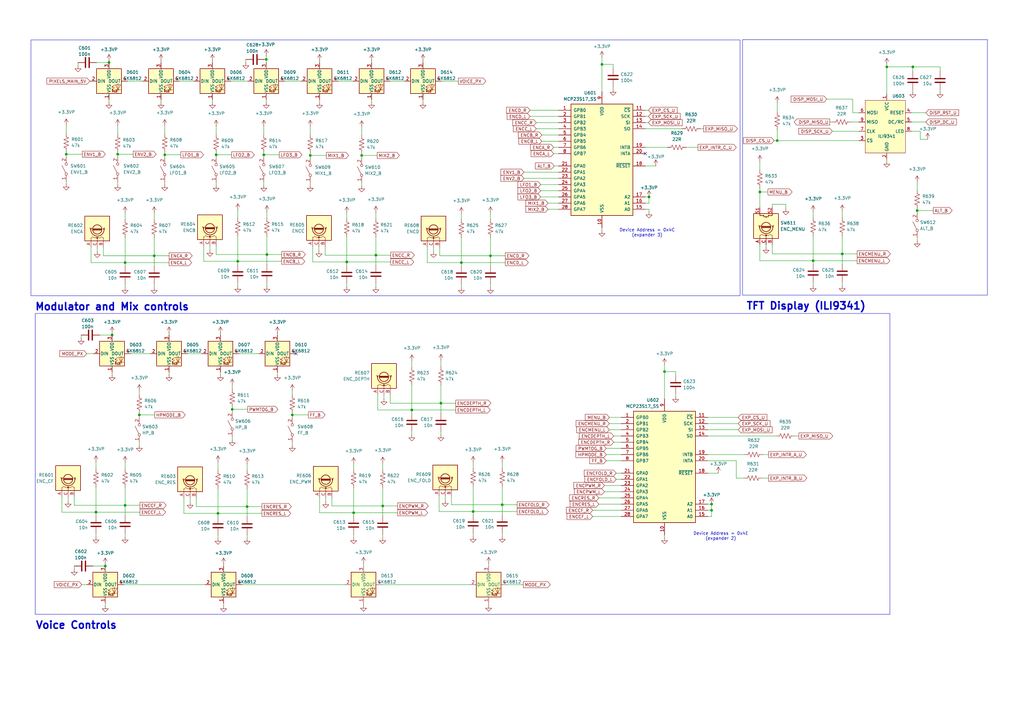
<source format=kicad_sch>
(kicad_sch (version 20231120) (generator "eeschema") (generator_version "8.0")
  (paper "A3")
  (junction (at 51.308 207.264))
  (junction (at 44.704 25.654))
  (junction (at 154.178 104.648))
  (junction (at 109.474 104.394))
  (junction (at 88.646 63.5))
  (junction (at 63.246 104.902))
  (junction (at 101.346 207.772))
  (junction (at 333.502 106.934))
  (junction (at 180.848 165.354))
  (junction (at 311.658 78.74))
  (junction (at 48.26 63.246))
  (junction (at 168.91 168.148))
  (junction (at 345.44 104.14))
  (junction (at 374.396 27.432))
  (junction (at 318.77 57.658))
  (junction (at 51.308 107.696))
  (junction (at 363.728 27.432))
  (junction (at 95.25 167.894))
  (junction (at 27.178 63.246))
  (junction (at 272.542 152.4))
  (junction (at 376.174 86.36))
  (junction (at 291.846 206.756))
  (junction (at 89.408 210.566))
  (junction (at 291.846 209.296))
  (junction (at 57.15 170.18))
  (junction (at 45.974 137.414))
  (junction (at 246.888 26.416))
  (junction (at 145.034 210.312))
  (junction (at 97.536 107.188))
  (junction (at 201.168 104.902))
  (junction (at 67.564 63.5))
  (junction (at 39.37 210.058))
  (junction (at 148.336 63.754))
  (junction (at 127.254 63.754))
  (junction (at 142.24 107.442))
  (junction (at 156.972 207.518))
  (junction (at 119.888 170.18))
  (junction (at 108.204 63.5))
  (junction (at 189.23 107.696))
  (junction (at 43.18 232.156))
  (junction (at 109.22 24.384))
  (junction (at 266.192 80.772))
  (junction (at 194.056 209.804))
  (junction (at 205.994 207.01))
  (no_connect (at 121.412 145.034))
  (no_connect (at 264.668 62.992))
  (wire (pts (xy 97.536 107.188) (xy 115.57 107.188)))
  (wire (pts (xy 376.174 85.598) (xy 376.174 86.36)))
  (wire (pts (xy 95.25 167.132) (xy 95.25 167.894)))
  (wire (pts (xy 272.542 219.456) (xy 272.542 220.472)))
  (wire (pts (xy 154.178 87.122) (xy 154.178 89.662)))
  (wire (pts (xy 66.04 40.894) (xy 66.04 41.91)))
  (wire (pts (xy 30.48 207.264) (xy 51.308 207.264)))
  (wire (pts (xy 160.02 165.354) (xy 180.848 165.354)))
  (wire (pts (xy 39.37 210.058) (xy 39.37 199.898)))
  (wire (pts (xy 185.166 203.454) (xy 185.166 207.01)))
  (wire (pts (xy 177.8 101.346) (xy 177.8 103.124)))
  (wire (pts (xy 156.972 189.992) (xy 156.972 192.532)))
  (wire (pts (xy 221.742 80.772) (xy 229.108 80.772)))
  (wire (pts (xy 180.086 203.454) (xy 180.086 209.804)))
  (wire (pts (xy 277.114 152.4) (xy 272.542 152.4)))
  (wire (pts (xy 317.5 57.658) (xy 318.77 57.658)))
  (wire (pts (xy 67.564 63.5) (xy 67.564 64.516)))
  (wire (pts (xy 127.254 63.754) (xy 133.858 63.754)))
  (wire (pts (xy 180.848 165.354) (xy 180.848 157.988)))
  (wire (pts (xy 43.18 231.394) (xy 43.18 232.156)))
  (wire (pts (xy 291.846 206.756) (xy 291.846 209.296)))
  (wire (pts (xy 63.246 116.586) (xy 63.246 117.856)))
  (wire (pts (xy 127.254 51.816) (xy 127.254 55.118)))
  (wire (pts (xy 180.848 147.828) (xy 180.848 150.368)))
  (wire (pts (xy 156.718 239.776) (xy 192.786 239.776)))
  (wire (pts (xy 51.308 116.586) (xy 51.308 117.856)))
  (wire (pts (xy 245.618 204.216) (xy 254.762 204.216)))
  (wire (pts (xy 333.502 115.824) (xy 333.502 117.094)))
  (wire (pts (xy 67.564 62.484) (xy 67.564 63.5)))
  (wire (pts (xy 30.48 232.156) (xy 30.48 233.426)))
  (wire (pts (xy 142.24 87.376) (xy 142.24 89.662)))
  (wire (pts (xy 224.79 83.312) (xy 229.108 83.312)))
  (wire (pts (xy 91.694 231.394) (xy 91.694 232.156)))
  (wire (pts (xy 291.846 206.756) (xy 290.322 206.756)))
  (wire (pts (xy 180.34 104.902) (xy 201.168 104.902)))
  (wire (pts (xy 222.25 55.372) (xy 229.108 55.372)))
  (wire (pts (xy 246.888 26.416) (xy 246.888 37.592)))
  (wire (pts (xy 39.37 210.058) (xy 57.404 210.058)))
  (wire (pts (xy 88.646 100.838) (xy 88.646 104.394)))
  (wire (pts (xy 194.056 189.738) (xy 194.056 192.024)))
  (wire (pts (xy 288.544 52.832) (xy 287.274 52.832)))
  (wire (pts (xy 245.618 206.756) (xy 254.762 206.756)))
  (wire (pts (xy 89.408 210.566) (xy 89.408 211.836)))
  (wire (pts (xy 42.418 104.902) (xy 63.246 104.902)))
  (wire (pts (xy 201.168 104.902) (xy 201.168 108.966)))
  (wire (pts (xy 243.078 209.296) (xy 254.762 209.296)))
  (wire (pts (xy 130.81 101.092) (xy 130.81 102.87)))
  (wire (pts (xy 248.666 186.436) (xy 254.762 186.436)))
  (wire (pts (xy 247.904 201.676) (xy 254.762 201.676)))
  (wire (pts (xy 318.77 42.164) (xy 318.77 45.72)))
  (wire (pts (xy 277.114 161.544) (xy 277.114 162.56)))
  (wire (pts (xy 345.44 104.14) (xy 351.536 104.14)))
  (wire (pts (xy 48.26 63.246) (xy 48.26 64.262)))
  (wire (pts (xy 113.792 136.652) (xy 113.792 137.414)))
  (wire (pts (xy 154.94 161.798) (xy 154.94 168.148)))
  (wire (pts (xy 69.342 152.654) (xy 69.342 153.67)))
  (wire (pts (xy 294.64 194.056) (xy 290.322 194.056)))
  (wire (pts (xy 57.15 170.18) (xy 57.15 171.196)))
  (wire (pts (xy 66.04 24.892) (xy 66.04 25.654)))
  (wire (pts (xy 97.536 107.188) (xy 97.536 97.028)))
  (wire (pts (xy 38.1 232.156) (xy 43.18 232.156)))
  (wire (pts (xy 80.518 207.772) (xy 101.346 207.772)))
  (wire (pts (xy 249.936 171.196) (xy 254.762 171.196)))
  (wire (pts (xy 290.322 173.736) (xy 302.768 173.736)))
  (wire (pts (xy 214.884 73.152) (xy 229.108 73.152)))
  (wire (pts (xy 200.406 247.396) (xy 200.406 248.158)))
  (wire (pts (xy 119.888 160.274) (xy 119.888 161.798)))
  (wire (pts (xy 51.308 207.264) (xy 57.404 207.264)))
  (wire (pts (xy 37.338 101.346) (xy 37.338 107.696)))
  (wire (pts (xy 27.178 74.422) (xy 27.178 75.438)))
  (wire (pts (xy 25.4 203.708) (xy 25.4 210.058)))
  (wire (pts (xy 173.482 40.894) (xy 173.482 41.91)))
  (wire (pts (xy 272.542 152.4) (xy 272.542 163.576)))
  (wire (pts (xy 302.006 196.088) (xy 305.054 196.088)))
  (wire (pts (xy 265.938 50.292) (xy 264.668 50.292)))
  (wire (pts (xy 133.604 203.962) (xy 133.604 205.74)))
  (wire (pts (xy 51.308 107.696) (xy 69.342 107.696)))
  (wire (pts (xy 61.722 145.034) (xy 53.594 145.034)))
  (wire (pts (xy 311.658 78.74) (xy 311.658 85.09)))
  (wire (pts (xy 290.322 176.276) (xy 302.768 176.276)))
  (wire (pts (xy 127.254 63.754) (xy 127.254 64.77)))
  (wire (pts (xy 109.22 24.384) (xy 109.22 25.654)))
  (wire (pts (xy 251.714 181.356) (xy 254.762 181.356)))
  (wire (pts (xy 377.444 53.848) (xy 373.888 53.848)))
  (wire (pts (xy 248.666 183.896) (xy 254.762 183.896)))
  (wire (pts (xy 175.26 101.346) (xy 175.26 107.696)))
  (wire (pts (xy 90.424 136.652) (xy 90.424 137.414)))
  (wire (pts (xy 291.846 209.296) (xy 291.846 211.836)))
  (wire (pts (xy 363.728 26.416) (xy 363.728 27.432)))
  (wire (pts (xy 57.15 160.274) (xy 57.15 161.798)))
  (wire (pts (xy 83.566 107.188) (xy 97.536 107.188)))
  (wire (pts (xy 95.25 157.988) (xy 95.25 159.512)))
  (wire (pts (xy 33.528 239.776) (xy 35.56 239.776)))
  (wire (pts (xy 145.034 210.312) (xy 145.034 211.582)))
  (wire (pts (xy 109.474 86.868) (xy 109.474 89.408)))
  (wire (pts (xy 30.48 203.708) (xy 30.48 207.264)))
  (wire (pts (xy 77.978 204.216) (xy 77.978 205.994)))
  (wire (pts (xy 377.444 57.15) (xy 380.492 57.15)))
  (wire (pts (xy 154.178 104.648) (xy 154.178 108.712)))
  (wire (pts (xy 316.738 104.14) (xy 345.44 104.14)))
  (wire (pts (xy 363.728 27.432) (xy 363.728 38.608)))
  (wire (pts (xy 227.076 60.452) (xy 229.108 60.452)))
  (wire (pts (xy 312.674 196.088) (xy 315.214 196.088)))
  (wire (pts (xy 113.792 152.654) (xy 113.792 153.67)))
  (wire (pts (xy 345.44 104.14) (xy 345.44 96.774)))
  (wire (pts (xy 385.572 27.432) (xy 374.396 27.432)))
  (wire (pts (xy 51.308 87.376) (xy 51.308 89.916)))
  (wire (pts (xy 25.4 210.058) (xy 39.37 210.058)))
  (wire (pts (xy 316.738 100.33) (xy 316.738 104.14)))
  (wire (pts (xy 376.174 97.536) (xy 376.174 98.806)))
  (wire (pts (xy 168.91 168.148) (xy 168.91 169.418)))
  (wire (pts (xy 189.23 107.696) (xy 189.23 97.536)))
  (wire (pts (xy 180.086 209.804) (xy 194.056 209.804)))
  (wire (pts (xy 82.804 145.034) (xy 76.962 145.034)))
  (wire (pts (xy 89.408 189.484) (xy 89.408 192.786)))
  (wire (pts (xy 265.938 47.752) (xy 264.668 47.752)))
  (wire (pts (xy 345.44 115.824) (xy 345.44 117.094)))
  (wire (pts (xy 97.536 86.106) (xy 97.536 89.408)))
  (wire (pts (xy 63.246 87.376) (xy 63.246 89.916)))
  (wire (pts (xy 219.964 52.832) (xy 229.108 52.832)))
  (wire (pts (xy 311.658 106.934) (xy 333.502 106.934)))
  (wire (pts (xy 33.274 137.414) (xy 33.274 138.684)))
  (wire (pts (xy 154.94 168.148) (xy 168.91 168.148)))
  (wire (pts (xy 376.174 74.676) (xy 376.174 77.978)))
  (wire (pts (xy 339.09 40.64) (xy 349.758 40.64)))
  (wire (pts (xy 349.758 40.64) (xy 349.758 46.228)))
  (wire (pts (xy 149.098 231.14) (xy 149.098 232.156)))
  (wire (pts (xy 302.006 188.976) (xy 302.006 196.088)))
  (wire (pts (xy 318.77 53.34) (xy 318.77 57.658)))
  (wire (pts (xy 377.444 57.15) (xy 377.444 53.848)))
  (wire (pts (xy 37.338 107.696) (xy 51.308 107.696)))
  (wire (pts (xy 316.738 83.82) (xy 322.326 83.82)))
  (wire (pts (xy 217.424 45.212) (xy 229.108 45.212)))
  (wire (pts (xy 291.846 209.296) (xy 290.322 209.296)))
  (wire (pts (xy 311.658 77.216) (xy 311.658 78.74)))
  (wire (pts (xy 32.004 25.654) (xy 32.004 26.924)))
  (wire (pts (xy 142.24 107.442) (xy 142.24 97.282)))
  (wire (pts (xy 43.18 247.396) (xy 43.18 248.412)))
  (wire (pts (xy 108.204 63.5) (xy 108.204 64.516)))
  (wire (pts (xy 75.438 210.566) (xy 89.408 210.566)))
  (wire (pts (xy 131.064 210.312) (xy 145.034 210.312)))
  (wire (pts (xy 194.056 209.804) (xy 194.056 199.644)))
  (wire (pts (xy 101.346 219.456) (xy 101.346 220.726)))
  (wire (pts (xy 88.646 74.676) (xy 88.646 75.946)))
  (wire (pts (xy 145.034 219.202) (xy 145.034 220.472)))
  (wire (pts (xy 97.536 116.078) (xy 97.536 117.348)))
  (wire (pts (xy 248.666 188.976) (xy 254.762 188.976)))
  (wire (pts (xy 40.894 137.414) (xy 45.974 137.414)))
  (wire (pts (xy 116.84 33.274) (xy 123.444 33.274)))
  (wire (pts (xy 63.246 104.902) (xy 63.246 97.536)))
  (wire (pts (xy 127.254 62.738) (xy 127.254 63.754)))
  (wire (pts (xy 181.102 33.274) (xy 187.96 33.274)))
  (wire (pts (xy 136.144 207.518) (xy 156.972 207.518)))
  (wire (pts (xy 247.904 199.136) (xy 254.762 199.136)))
  (wire (pts (xy 131.064 24.892) (xy 131.064 25.654)))
  (wire (pts (xy 109.474 104.394) (xy 109.474 108.458)))
  (wire (pts (xy 88.646 51.816) (xy 88.646 55.118)))
  (wire (pts (xy 156.972 207.518) (xy 156.972 200.152)))
  (wire (pts (xy 168.91 177.038) (xy 168.91 178.308)))
  (wire (pts (xy 227.076 62.992) (xy 229.108 62.992)))
  (wire (pts (xy 35.56 145.034) (xy 38.354 145.034)))
  (wire (pts (xy 88.646 63.5) (xy 88.646 64.516)))
  (wire (pts (xy 148.336 63.754) (xy 148.336 64.77)))
  (wire (pts (xy 217.424 47.752) (xy 229.108 47.752)))
  (wire (pts (xy 311.658 100.33) (xy 311.658 106.934)))
  (wire (pts (xy 345.44 104.14) (xy 345.44 108.204)))
  (wire (pts (xy 290.322 171.196) (xy 302.768 171.196)))
  (wire (pts (xy 251.46 27.94) (xy 251.46 26.416)))
  (wire (pts (xy 86.106 100.838) (xy 86.106 102.616)))
  (wire (pts (xy 51.308 107.696) (xy 51.308 97.536)))
  (wire (pts (xy 189.23 107.696) (xy 207.264 107.696)))
  (wire (pts (xy 101.346 207.772) (xy 107.442 207.772)))
  (wire (pts (xy 333.502 86.868) (xy 333.502 89.154)))
  (wire (pts (xy 148.336 74.93) (xy 148.336 76.2)))
  (wire (pts (xy 180.848 165.354) (xy 180.848 169.418)))
  (wire (pts (xy 314.198 100.33) (xy 314.198 101.346)))
  (wire (pts (xy 51.308 218.948) (xy 51.308 220.218)))
  (wire (pts (xy 101.346 207.772) (xy 101.346 211.836)))
  (wire (pts (xy 277.114 153.924) (xy 277.114 152.4)))
  (wire (pts (xy 44.704 24.892) (xy 44.704 25.654)))
  (wire (pts (xy 363.728 65.278) (xy 363.728 66.04)))
  (wire (pts (xy 44.704 40.894) (xy 44.704 41.91)))
  (wire (pts (xy 39.37 210.058) (xy 39.37 211.328)))
  (wire (pts (xy 109.22 22.86) (xy 109.22 24.384)))
  (wire (pts (xy 88.646 63.5) (xy 94.996 63.5)))
  (wire (pts (xy 189.23 107.696) (xy 189.23 108.966)))
  (wire (pts (xy 333.502 106.934) (xy 333.502 108.204)))
  (wire (pts (xy 168.91 168.148) (xy 168.91 157.988)))
  (wire (pts (xy 385.572 36.83) (xy 385.572 37.592)))
  (wire (pts (xy 201.168 116.586) (xy 201.168 117.856)))
  (wire (pts (xy 101.346 207.772) (xy 101.346 200.406)))
  (wire (pts (xy 133.35 104.648) (xy 154.178 104.648)))
  (wire (pts (xy 251.714 178.816) (xy 254.762 178.816)))
  (wire (pts (xy 45.974 136.652) (xy 45.974 137.414)))
  (wire (pts (xy 27.178 62.23) (xy 27.178 63.246)))
  (wire (pts (xy 154.178 104.648) (xy 154.178 97.282)))
  (wire (pts (xy 348.996 50.038) (xy 352.298 50.038)))
  (wire (pts (xy 89.408 219.456) (xy 89.408 220.726)))
  (wire (pts (xy 249.936 173.736) (xy 254.762 173.736)))
  (wire (pts (xy 48.26 74.422) (xy 48.26 75.692)))
  (wire (pts (xy 48.26 63.246) (xy 54.61 63.246)))
  (wire (pts (xy 272.542 149.606) (xy 272.542 152.4)))
  (wire (pts (xy 149.098 247.396) (xy 149.098 248.158)))
  (wire (pts (xy 95.25 167.894) (xy 101.6 167.894)))
  (wire (pts (xy 180.848 165.354) (xy 186.944 165.354)))
  (wire (pts (xy 48.26 62.484) (xy 48.26 63.246)))
  (wire (pts (xy 75.438 204.216) (xy 75.438 210.566)))
  (wire (pts (xy 175.26 107.696) (xy 189.23 107.696)))
  (wire (pts (xy 145.034 210.312) (xy 163.068 210.312)))
  (wire (pts (xy 131.064 203.962) (xy 131.064 210.312)))
  (wire (pts (xy 100.838 24.384) (xy 100.838 25.654)))
  (wire (pts (xy 51.308 207.264) (xy 51.308 199.898)))
  (wire (pts (xy 39.37 189.484) (xy 39.37 192.278)))
  (wire (pts (xy 42.418 101.346) (xy 42.418 104.902)))
  (wire (pts (xy 63.246 104.902) (xy 69.342 104.902)))
  (wire (pts (xy 205.994 207.01) (xy 205.994 199.644)))
  (wire (pts (xy 194.056 209.804) (xy 212.09 209.804)))
  (wire (pts (xy 152.4 24.892) (xy 152.4 25.654)))
  (wire (pts (xy 160.02 161.798) (xy 160.02 165.354)))
  (wire (pts (xy 108.204 62.738) (xy 108.204 63.5)))
  (wire (pts (xy 252.73 196.596) (xy 254.762 196.596)))
  (wire (pts (xy 109.474 104.394) (xy 115.57 104.394)))
  (wire (pts (xy 83.566 100.838) (xy 83.566 107.188)))
  (wire (pts (xy 374.396 27.432) (xy 374.396 29.21)))
  (wire (pts (xy 180.848 177.038) (xy 180.848 178.308)))
  (wire (pts (xy 39.624 25.654) (xy 44.704 25.654)))
  (wire (pts (xy 145.034 190.246) (xy 145.034 192.532)))
  (wire (pts (xy 119.888 169.418) (xy 119.888 170.18)))
  (wire (pts (xy 133.35 101.092) (xy 133.35 104.648)))
  (wire (pts (xy 67.564 63.5) (xy 74.168 63.5)))
  (wire (pts (xy 251.46 35.56) (xy 251.46 36.576)))
  (wire (pts (xy 266.192 85.852) (xy 264.668 85.852)))
  (wire (pts (xy 374.396 27.432) (xy 363.728 27.432)))
  (wire (pts (xy 189.23 116.586) (xy 189.23 117.856)))
  (wire (pts (xy 138.684 33.274) (xy 144.78 33.274)))
  (wire (pts (xy 373.888 46.228) (xy 379.73 46.228)))
  (wire (pts (xy 148.336 63.754) (xy 154.686 63.754)))
  (wire (pts (xy 243.078 211.836) (xy 254.762 211.836)))
  (wire (pts (xy 27.178 63.246) (xy 27.178 64.262)))
  (wire (pts (xy 311.658 78.74) (xy 314.96 78.74)))
  (wire (pts (xy 109.474 116.078) (xy 109.474 117.348)))
  (wire (pts (xy 341.376 53.848) (xy 352.298 53.848)))
  (wire (pts (xy 27.178 51.308) (xy 27.178 54.61)))
  (wire (pts (xy 89.408 210.566) (xy 107.442 210.566)))
  (wire (pts (xy 318.77 57.658) (xy 352.298 57.658)))
  (wire (pts (xy 345.44 86.614) (xy 345.44 89.154)))
  (wire (pts (xy 57.15 181.356) (xy 57.15 182.626)))
  (wire (pts (xy 246.888 93.472) (xy 246.888 94.488)))
  (wire (pts (xy 265.938 45.212) (xy 264.668 45.212)))
  (wire (pts (xy 148.336 62.992) (xy 148.336 63.754)))
  (wire (pts (xy 160.02 33.274) (xy 165.862 33.274)))
  (wire (pts (xy 95.25 179.07) (xy 95.25 180.34)))
  (wire (pts (xy 205.994 189.484) (xy 205.994 192.024)))
  (wire (pts (xy 97.536 107.188) (xy 97.536 108.458)))
  (wire (pts (xy 142.24 116.332) (xy 142.24 117.602)))
  (wire (pts (xy 154.178 116.332) (xy 154.178 117.602)))
  (wire (pts (xy 189.23 87.63) (xy 189.23 89.916)))
  (wire (pts (xy 145.034 210.312) (xy 145.034 200.152)))
  (wire (pts (xy 252.73 194.056) (xy 254.762 194.056)))
  (wire (pts (xy 119.888 170.18) (xy 119.888 171.196)))
  (wire (pts (xy 264.668 60.452) (xy 273.812 60.452)))
  (wire (pts (xy 109.22 40.894) (xy 109.22 41.91)))
  (wire (pts (xy 152.4 40.894) (xy 152.4 41.91)))
  (wire (pts (xy 200.406 231.14) (xy 200.406 232.156)))
  (wire (pts (xy 168.91 148.082) (xy 168.91 150.368)))
  (wire (pts (xy 69.342 136.652) (xy 69.342 137.414)))
  (wire (pts (xy 376.174 86.36) (xy 376.174 87.376)))
  (wire (pts (xy 63.246 104.902) (xy 63.246 108.966)))
  (wire (pts (xy 45.974 152.654) (xy 45.974 153.67)))
  (wire (pts (xy 374.396 36.83) (xy 374.396 37.592)))
  (wire (pts (xy 311.658 66.294) (xy 311.658 69.596)))
  (wire (pts (xy 219.964 50.292) (xy 229.108 50.292)))
  (wire (pts (xy 94.742 33.274) (xy 101.6 33.274)))
  (wire (pts (xy 27.178 63.246) (xy 33.782 63.246)))
  (wire (pts (xy 266.192 80.772) (xy 264.668 80.772)))
  (wire (pts (xy 316.738 85.09) (xy 316.738 83.82)))
  (wire (pts (xy 98.044 145.034) (xy 106.172 145.034)))
  (wire (pts (xy 281.432 60.452) (xy 286.258 60.452)))
  (wire (pts (xy 80.518 204.216) (xy 80.518 207.772)))
  (wire (pts (xy 290.322 188.976) (xy 302.006 188.976)))
  (wire (pts (xy 148.336 52.07) (xy 148.336 55.372)))
  (wire (pts (xy 385.572 29.21) (xy 385.572 27.432)))
  (wire (pts (xy 87.122 24.892) (xy 87.122 25.654)))
  (wire (pts (xy 249.936 176.276) (xy 254.762 176.276)))
  (wire (pts (xy 291.846 211.836) (xy 290.322 211.836)))
  (wire (pts (xy 221.742 75.692) (xy 229.108 75.692)))
  (wire (pts (xy 36.83 33.274) (xy 37.084 33.274)))
  (wire (pts (xy 201.168 104.902) (xy 207.264 104.902)))
  (wire (pts (xy 108.204 63.5) (xy 114.554 63.5)))
  (wire (pts (xy 84.074 239.776) (xy 50.8 239.776)))
  (wire (pts (xy 136.144 203.962) (xy 136.144 207.518)))
  (wire (pts (xy 108.204 51.816) (xy 108.204 55.118)))
  (wire (pts (xy 90.424 152.654) (xy 90.424 153.67)))
  (wire (pts (xy 91.694 247.396) (xy 91.694 248.412)))
  (wire (pts (xy 251.46 26.416) (xy 246.888 26.416)))
  (wire (pts (xy 194.056 218.694) (xy 194.056 219.964)))
  (wire (pts (xy 51.308 107.696) (xy 51.308 108.966)))
  (wire (pts (xy 48.26 51.562) (xy 48.26 54.864)))
  (wire (pts (xy 322.326 83.82) (xy 322.326 85.598)))
  (wire (pts (xy 185.166 207.01) (xy 205.994 207.01)))
  (wire (pts (xy 290.322 186.436) (xy 305.308 186.436)))
  (wire (pts (xy 156.972 207.518) (xy 163.068 207.518)))
  (wire (pts (xy 266.192 80.772) (xy 266.192 83.312)))
  (wire (pts (xy 222.25 57.912) (xy 229.108 57.912)))
  (wire (pts (xy 108.458 24.384) (xy 109.22 24.384)))
  (wire (pts (xy 73.66 33.274) (xy 79.502 33.274)))
  (wire (pts (xy 108.204 74.676) (xy 108.204 75.946)))
  (wire (pts (xy 88.646 62.738) (xy 88.646 63.5)))
  (wire (pts (xy 376.174 86.36) (xy 382.778 86.36)))
  (wire (pts (xy 99.314 239.776) (xy 141.478 239.776)))
  (wire (pts (xy 173.482 24.892) (xy 173.482 25.654)))
  (wire (pts (xy 142.24 107.442) (xy 160.274 107.442)))
  (wire (pts (xy 51.308 189.738) (xy 51.308 192.278)))
  (wire (pts (xy 205.994 207.01) (xy 205.994 211.074)))
  (wire (pts (xy 290.322 178.816) (xy 318.262 178.816)))
  (wire (pts (xy 266.192 86.868) (xy 266.192 85.852)))
  (wire (pts (xy 279.654 52.832) (xy 264.668 52.832)))
  (wire (pts (xy 227.33 68.072) (xy 229.108 68.072)))
  (wire (pts (xy 224.79 85.852) (xy 229.108 85.852)))
  (wire (pts (xy 333.502 106.934) (xy 333.502 96.774)))
  (wire (pts (xy 266.192 83.312) (xy 264.668 83.312)))
  (wire (pts (xy 201.168 87.376) (xy 201.168 89.916)))
  (wire (pts (xy 156.972 219.202) (xy 156.972 220.472)))
  (wire (pts (xy 194.056 209.804) (xy 194.056 211.074)))
  (wire (pts (xy 142.24 107.442) (xy 142.24 108.712)))
  (wire (pts (xy 109.474 104.394) (xy 109.474 97.028)))
  (wire (pts (xy 201.168 104.902) (xy 201.168 97.536)))
  (wire (pts (xy 182.626 203.454) (xy 182.626 205.232)))
  (wire (pts (xy 312.928 186.436) (xy 315.214 186.436)))
  (wire (pts (xy 119.888 170.18) (xy 126.492 170.18)))
  (wire (pts (xy 246.888 23.622) (xy 246.888 26.416)))
  (wire (pts (xy 268.986 68.072) (xy 264.668 68.072)))
  (wire (pts (xy 168.91 168.148) (xy 186.944 168.148)))
  (wire (pts (xy 51.308 207.264) (xy 51.308 211.328)))
  (wire (pts (xy 340.36 50.038) (xy 341.376 50.038)))
  (wire (pts (xy 67.564 74.676) (xy 67.564 75.692)))
  (wire (pts (xy 214.884 70.612) (xy 229.108 70.612)))
  (wire (pts (xy 128.27 107.442) (xy 142.24 107.442)))
  (wire (pts (xy 57.15 169.418) (xy 57.15 170.18)))
  (wire (pts (xy 67.564 51.562) (xy 67.564 54.864)))
  (wire (pts (xy 27.94 203.708) (xy 27.94 205.486)))
  (wire (pts (xy 128.27 101.092) (xy 128.27 107.442)))
  (wire (pts (xy 89.408 210.566) (xy 89.408 200.406)))
  (wire (pts (xy 39.37 218.948) (xy 39.37 220.218)))
  (wire (pts (xy 57.15 170.18) (xy 63.5 170.18)))
  (wire (pts (xy 127.254 74.93) (xy 127.254 75.946)))
  (wire (pts (xy 154.178 104.648) (xy 160.274 104.648)))
  (wire (pts (xy 221.742 78.232) (xy 229.108 78.232)))
  (wire (pts (xy 373.888 50.038) (xy 379.73 50.038)))
  (wire (pts (xy 88.646 104.394) (xy 109.474 104.394)))
  (wire (pts (xy 156.972 207.518) (xy 156.972 211.582)))
  (wire (pts (xy 333.502 106.934) (xy 351.536 106.934)))
  (wire (pts (xy 157.48 161.798) (xy 157.48 163.576)))
  (wire (pts (xy 180.34 101.346) (xy 180.34 104.902)))
  (wire (pts (xy 205.994 218.694) (xy 205.994 219.964)))
  (wire (pts (xy 349.758 46.228) (xy 352.298 46.228)))
  (wire (pts (xy 52.324 33.274) (xy 58.42 33.274)))
  (wire (pts (xy 101.346 190.246) (xy 101.346 192.786)))
  (wire (pts (xy 119.888 181.356) (xy 119.888 182.626)))
  (wire (pts (xy 208.026 239.776) (xy 214.63 239.776)))
  (wire (pts (xy 327.66 178.816) (xy 325.882 178.816)))
  (wire (pts (xy 87.122 40.894) (xy 87.122 41.91)))
  (wire (pts (xy 205.994 207.01) (xy 212.09 207.01)))
  (wire (pts (xy 39.878 101.346) (xy 39.878 103.124)))
  (wire (pts (xy 95.25 167.894) (xy 95.25 168.91)))
  (wire (pts (xy 131.064 40.894) (xy 131.064 41.91)))
  (rectangle (start 12.7 16.383) (end 303.53 121.285))
  (rectangle (start 14.478 128.5748) (end 364.998 251.968))
  (rectangle (start 304.546 16.256) (end 405.003 121.031))
  (text "Modulator and Mix controls" (at 14.224 127.7112 0) (effects (font (size 3 3) (thickness 0.6) (bold yes)) (justify left bottom)))
  (text "Device Address = 0x4E\n(expander 2)" (at 295.656 219.964 0) (effects (font (size 1.27 1.27))))
  (text "Device Address = 0x4C\n(expander 3)" (at 265.43 95.504 0) (effects (font (size 1.27 1.27))))
  (text "TFT Display (ILI9341)" (at 305.943 127.381 0) (effects (font (size 3 3) (thickness 0.6) (bold yes)) (justify left bottom)))
  (text "Voice Controls" (at 14.478 258.318 0) (effects (font (size 3 3) (thickness 0.6) (bold yes)) (justify left bottom)))
  (global_label "ENCD_R" (shape input) (at 217.424 45.212 180) (property "Intersheetrefs" "${INTERSHEET_REFS}" (effects (hide yes))))
  (global_label "ENCC_R" (shape output) (at 160.274 104.648 0) (property "Intersheetrefs" "${INTERSHEET_REFS}" (effects (hide yes))))
  (global_label "ENCPWM_L" (shape output) (at 163.068 210.312 0) (property "Intersheetrefs" "${INTERSHEET_REFS}" (effects (hide yes))))
  (global_label "ENCB_L" (shape output) (at 115.57 107.188 0) (property "Intersheetrefs" "${INTERSHEET_REFS}" (effects (hide yes))))
  (global_label "VOICE_PX" (shape output) (at 187.96 33.274 0) (property "Intersheetrefs" "${INTERSHEET_REFS}" (effects (hide yes))))
  (global_label "DISP_RST_U" (shape input) (at 379.73 46.228 0) (property "Intersheetrefs" "${INTERSHEET_REFS}" (effects (hide yes))))
  (global_label "ENCA_R" (shape output) (at 69.342 104.902 0) (property "Intersheetrefs" "${INTERSHEET_REFS}" (effects (hide yes))))
  (global_label "ENCFOLD_L" (shape output) (at 212.09 209.804 0) (property "Intersheetrefs" "${INTERSHEET_REFS}" (effects (hide yes))))
  (global_label "ENCB_R" (shape output) (at 115.57 104.394 0) (property "Intersheetrefs" "${INTERSHEET_REFS}" (effects (hide yes))))
  (global_label "ENV1_B" (shape output) (at 33.782 63.246 0) (property "Intersheetrefs" "${INTERSHEET_REFS}" (effects (hide yes))))
  (global_label "MIX2_B" (shape output) (at 154.686 63.754 0) (property "Intersheetrefs" "${INTERSHEET_REFS}" (effects (hide yes))))
  (global_label "ENCDEPTH_L" (shape output) (at 186.944 168.148 0) (property "Intersheetrefs" "${INTERSHEET_REFS}" (effects (hide yes))))
  (global_label "ENCC_R" (shape input) (at 219.964 50.292 180) (property "Intersheetrefs" "${INTERSHEET_REFS}" (effects (hide yes))))
  (global_label "HPMODE_B" (shape output) (at 63.5 170.18 0) (property "Intersheetrefs" "${INTERSHEET_REFS}" (effects (hide yes))))
  (global_label "LFO1_B" (shape input) (at 221.742 75.692 180) (property "Intersheetrefs" "${INTERSHEET_REFS}" (effects (hide yes))))
  (global_label "LFO3_B" (shape output) (at 114.554 63.5 0) (property "Intersheetrefs" "${INTERSHEET_REFS}" (effects (hide yes))))
  (global_label "ENCPWM_R" (shape input) (at 247.904 199.136 180) (property "Intersheetrefs" "${INTERSHEET_REFS}" (effects (hide yes))))
  (global_label "ENCMENU_R" (shape output) (at 351.536 104.14 0) (property "Intersheetrefs" "${INTERSHEET_REFS}" (effects (hide yes))))
  (global_label "ENCC_L" (shape output) (at 160.274 107.442 0) (property "Intersheetrefs" "${INTERSHEET_REFS}" (effects (hide yes))))
  (global_label "ENCMENU_R" (shape input) (at 249.936 173.736 180) (property "Intersheetrefs" "${INTERSHEET_REFS}" (effects (hide yes))))
  (global_label "ENV2_B" (shape output) (at 54.61 63.246 0) (property "Intersheetrefs" "${INTERSHEET_REFS}" (effects (hide yes))))
  (global_label "ENCFOLD_R" (shape output) (at 212.09 207.01 0) (property "Intersheetrefs" "${INTERSHEET_REFS}" (effects (hide yes))))
  (global_label "ENCRES_L" (shape input) (at 245.618 206.756 180) (property "Intersheetrefs" "${INTERSHEET_REFS}" (effects (hide yes))))
  (global_label "ALT_B" (shape output) (at 382.778 86.36 0) (property "Intersheetrefs" "${INTERSHEET_REFS}" (effects (hide yes))))
  (global_label "ENCDEPTH_R" (shape input) (at 251.714 181.356 180) (property "Intersheetrefs" "${INTERSHEET_REFS}" (effects (hide yes))))
  (global_label "EXP_MOSI_U" (shape input) (at 265.938 50.292 0) (property "Intersheetrefs" "${INTERSHEET_REFS}" (effects (hide yes))))
  (global_label "DISP_MISO_U" (shape output) (at 340.36 50.038 180) (property "Intersheetrefs" "${INTERSHEET_REFS}" (effects (hide yes))))
  (global_label "DISP_SCK_U" (shape input) (at 341.376 53.848 180) (property "Intersheetrefs" "${INTERSHEET_REFS}" (effects (hide yes))))
  (global_label "ENCCF_R" (shape output) (at 57.404 207.264 0) (property "Intersheetrefs" "${INTERSHEET_REFS}" (effects (hide yes))))
  (global_label "ENCPWM_R" (shape output) (at 163.068 207.518 0) (property "Intersheetrefs" "${INTERSHEET_REFS}" (effects (hide yes))))
  (global_label "DISP_MOSI_U" (shape input) (at 339.09 40.64 180) (property "Intersheetrefs" "${INTERSHEET_REFS}" (effects (hide yes))))
  (global_label "MIX1_B" (shape input) (at 224.79 83.312 180) (property "Intersheetrefs" "${INTERSHEET_REFS}" (effects (hide yes))))
  (global_label "ENCDEPTH_L" (shape input) (at 251.714 178.816 180) (property "Intersheetrefs" "${INTERSHEET_REFS}" (effects (hide yes))))
  (global_label "LFO2_B" (shape input) (at 221.742 78.232 180) (property "Intersheetrefs" "${INTERSHEET_REFS}" (effects (hide yes))))
  (global_label "LFO1_B" (shape output) (at 74.168 63.5 0) (property "Intersheetrefs" "${INTERSHEET_REFS}" (effects (hide yes))))
  (global_label "ENCRES_R" (shape input) (at 245.618 204.216 180) (property "Intersheetrefs" "${INTERSHEET_REFS}" (effects (hide yes))))
  (global_label "DISP_DC_U" (shape input) (at 379.73 50.038 0) (property "Intersheetrefs" "${INTERSHEET_REFS}" (effects (hide yes))))
  (global_label "PIXELS_MAIN_5V" (shape input) (at 36.83 33.274 180) (property "Intersheetrefs" "${INTERSHEET_REFS}" (effects (hide yes))))
  (global_label "MENU_B" (shape input) (at 249.936 171.196 180) (property "Intersheetrefs" "${INTERSHEET_REFS}" (effects (hide yes))))
  (global_label "ENCA_L" (shape output) (at 69.342 107.696 0) (property "Intersheetrefs" "${INTERSHEET_REFS}" (effects (hide yes))))
  (global_label "ENCRES_R" (shape output) (at 107.442 207.772 0) (property "Intersheetrefs" "${INTERSHEET_REFS}" (effects (hide yes))))
  (global_label "EXP_CS_U" (shape input) (at 265.938 45.212 0) (property "Intersheetrefs" "${INTERSHEET_REFS}" (effects (hide yes))))
  (global_label "DISP_CS_U" (shape input) (at 317.5 57.658 180) (property "Intersheetrefs" "${INTERSHEET_REFS}" (effects (hide yes))))
  (global_label "ENCMENU_L" (shape input) (at 249.936 176.276 180) (property "Intersheetrefs" "${INTERSHEET_REFS}" (effects (hide yes))))
  (global_label "ENCCF_L" (shape input) (at 243.078 211.836 180) (property "Intersheetrefs" "${INTERSHEET_REFS}" (effects (hide yes))))
  (global_label "ENCD_L" (shape output) (at 207.264 107.696 0) (property "Intersheetrefs" "${INTERSHEET_REFS}" (effects (hide yes))))
  (global_label "ENCD_R" (shape output) (at 207.264 104.902 0) (property "Intersheetrefs" "${INTERSHEET_REFS}" (effects (hide yes))))
  (global_label "EXP_INTR_A_U" (shape output) (at 315.214 186.436 0) (property "Intersheetrefs" "${INTERSHEET_REFS}" (effects (hide yes))))
  (global_label "ENCRES_L" (shape output) (at 107.442 210.566 0) (property "Intersheetrefs" "${INTERSHEET_REFS}" (effects (hide yes))))
  (global_label "LFO2_B" (shape output) (at 94.996 63.5 0) (property "Intersheetrefs" "${INTERSHEET_REFS}" (effects (hide yes))))
  (global_label "LFO3_B" (shape input) (at 221.742 80.772 180) (property "Intersheetrefs" "${INTERSHEET_REFS}" (effects (hide yes))))
  (global_label "ENCD_L" (shape input) (at 217.424 47.752 180) (property "Intersheetrefs" "${INTERSHEET_REFS}" (effects (hide yes))))
  (global_label "EXP_MISO_U" (shape output) (at 288.544 52.832 0) (property "Intersheetrefs" "${INTERSHEET_REFS}" (effects (hide yes))))
  (global_label "VOICE_PX" (shape input) (at 33.528 239.776 180) (property "Intersheetrefs" "${INTERSHEET_REFS}" (effects (hide yes))))
  (global_label "FF_B" (shape input) (at 248.666 188.976 180) (property "Intersheetrefs" "${INTERSHEET_REFS}" (effects (hide yes))))
  (global_label "FF_B" (shape output) (at 126.492 170.18 0) (property "Intersheetrefs" "${INTERSHEET_REFS}" (effects (hide yes))))
  (global_label "ENV1_B" (shape input) (at 214.884 70.612 180) (property "Intersheetrefs" "${INTERSHEET_REFS}" (effects (hide yes))))
  (global_label "ENCC_L" (shape input) (at 219.964 52.832 180) (property "Intersheetrefs" "${INTERSHEET_REFS}" (effects (hide yes))))
  (global_label "ENCFOLD_R" (shape input) (at 252.73 194.056 180) (property "Intersheetrefs" "${INTERSHEET_REFS}" (effects (hide yes))))
  (global_label "ENCPWM_L" (shape input) (at 247.904 201.676 180) (property "Intersheetrefs" "${INTERSHEET_REFS}" (effects (hide yes))))
  (global_label "ENCDEPTH_R" (shape output) (at 186.944 165.354 0) (property "Intersheetrefs" "${INTERSHEET_REFS}" (effects (hide yes))))
  (global_label "EXP_MOSI_U" (shape input) (at 302.768 176.276 0) (property "Intersheetrefs" "${INTERSHEET_REFS}" (effects (hide yes))))
  (global_label "MIX2_B" (shape input) (at 224.79 85.852 180) (property "Intersheetrefs" "${INTERSHEET_REFS}" (effects (hide yes))))
  (global_label "EXP_INTR_B_U" (shape output) (at 315.214 196.088 0) (property "Intersheetrefs" "${INTERSHEET_REFS}" (effects (hide yes))))
  (global_label "EXP_INTR_C_U" (shape output) (at 286.258 60.452 0) (property "Intersheetrefs" "${INTERSHEET_REFS}" (effects (hide yes))))
  (global_label "ENCA_R" (shape input) (at 227.076 60.452 180) (property "Intersheetrefs" "${INTERSHEET_REFS}" (effects (hide yes))))
  (global_label "ENCCF_L" (shape output) (at 57.404 210.058 0) (property "Intersheetrefs" "${INTERSHEET_REFS}" (effects (hide yes))))
  (global_label "EXP_SCK_U" (shape input) (at 302.768 173.736 0) (property "Intersheetrefs" "${INTERSHEET_REFS}" (effects (hide yes))))
  (global_label "ENCMENU_L" (shape output) (at 351.536 106.934 0) (property "Intersheetrefs" "${INTERSHEET_REFS}" (effects (hide yes))))
  (global_label "EXP_MISO_U" (shape output) (at 327.66 178.816 0) (property "Intersheetrefs" "${INTERSHEET_REFS}" (effects (hide yes))))
  (global_label "ENCFOLD_L" (shape input) (at 252.73 196.596 180) (property "Intersheetrefs" "${INTERSHEET_REFS}" (effects (hide yes))))
  (global_label "PWMTOG_B" (shape output) (at 101.6 167.894 0) (property "Intersheetrefs" "${INTERSHEET_REFS}" (effects (hide yes))))
  (global_label "ENCB_R" (shape input) (at 222.25 55.372 180) (property "Intersheetrefs" "${INTERSHEET_REFS}" (effects (hide yes))))
  (global_label "EXP_SCK_U" (shape input) (at 265.938 47.752 0) (property "Intersheetrefs" "${INTERSHEET_REFS}" (effects (hide yes))))
  (global_label "MIX1_B" (shape output) (at 133.858 63.754 0) (property "Intersheetrefs" "${INTERSHEET_REFS}" (effects (hide yes))))
  (global_label "PWMTOG_B" (shape input) (at 248.666 183.896 180) (property "Intersheetrefs" "${INTERSHEET_REFS}" (effects (hide yes))))
  (global_label "MODE_PX" (shape input) (at 35.56 145.034 180) (property "Intersheetrefs" "${INTERSHEET_REFS}" (effects (hide yes))))
  (global_label "ENCB_L" (shape input) (at 222.25 57.912 180) (property "Intersheetrefs" "${INTERSHEET_REFS}" (effects (hide yes))))
  (global_label "ENCA_L" (shape input) (at 227.076 62.992 180) (property "Intersheetrefs" "${INTERSHEET_REFS}" (effects (hide yes))))
  (global_label "MENU_B" (shape output) (at 314.96 78.74 0) (property "Intersheetrefs" "${INTERSHEET_REFS}" (effects (hide yes))))
  (global_label "EXP_CS_U" (shape input) (at 302.768 171.196 0) (property "Intersheetrefs" "${INTERSHEET_REFS}" (effects (hide yes))))
  (global_label "MODE_PX" (shape output) (at 214.63 239.776 0) (property "Intersheetrefs" "${INTERSHEET_REFS}" (effects (hide yes))))
  (global_label "HPMODE_B" (shape input) (at 248.666 186.436 180) (property "Intersheetrefs" "${INTERSHEET_REFS}" (effects (hide yes))))
  (global_label "ALT_B" (shape input) (at 227.33 68.072 180) (property "Intersheetrefs" "${INTERSHEET_REFS}" (effects (hide yes))))
  (global_label "ENV2_B" (shape input) (at 214.884 73.152 180) (property "Intersheetrefs" "${INTERSHEET_REFS}" (effects (hide yes))))
  (global_label "ENCCF_R" (shape input) (at 243.078 209.296 180) (property "Intersheetrefs" "${INTERSHEET_REFS}" (effects (hide yes))))
  (symbol (lib_id "power:+3.3V") (at 142.24 87.376 0) (unit 1)
    (property "Reference" "#PWR0713" (effects (hide yes)))
    (property "Value" "+3.3VP" (at 142.24 82.042 0))
  )
  (symbol (lib_id "power:+5VP") (at 131.064 24.892 0) (unit 1)
    (property "Reference" "#PWR0707" (effects (hide yes)))
    (property "Value" "+3.3VP" (at 131.064 20.32 0))
    (property "Description" "Power symbol creates a global label with name \"+3.3VP\"" (effects (hide yes)))
  )
  (symbol (lib_id "LED:SK6812") (at 69.342 145.034 0) (unit 1)
    (property "Reference" "D605" (at 78.994 141.3861 0))
    (property "Value" "SK6812" (at 78.994 143.9261 0))
    (property "Footprint" "LED_SMD:LED_SK6812_PLCC4_5.0x5.0mm_P3.2mm" (effects (hide yes)))
    (property "Datasheet" "https://cdn-shop.adafruit.com/product-files/1138/SK6812+LED+datasheet+.pdf" (effects (hide yes)))
  )
  (symbol (lib_id "power:GND") (at 142.24 117.602 0) (unit 1)
    (property "Reference" "#PWR0714" (effects (hide yes)))
    (property "Value" "GNDA" (effects (hide yes)))
  )
  (symbol (lib_id "Device:C") (at 374.396 33.02 0) (unit 1)
    (property "Reference" "C626" (at 371.094 31.75 0) (effects (justify right)))
    (property "Value" "100n" (at 371.094 34.29 0) (effects (justify right)))
    (property "Footprint" "Capacitor_SMD:C_0805_2012Metric" (effects (hide yes)))
  )
  (symbol (lib_id "power:GND") (at 157.48 163.576 0) (unit 1)
    (property "Reference" "#PWR0727" (effects (hide yes)))
    (property "Value" "GNDA" (effects (hide yes)))
  )
  (symbol (lib_id "Interface_Expansion:MCP23S17_SS") (at 246.888 65.532 0) (mirror y) (unit 1)
    (property "Reference" "U601" (at 244.6939 38.1 0) (effects (justify left)))
    (property "Value" "MCP23S17_SS" (at 244.6939 40.64 0) (effects (justify left)))
    (property "Footprint" "Package_SO:SSOP-28_5.3x10.2mm_P0.65mm" (effects (hide yes)))
    (property "Datasheet" "http://ww1.microchip.com/downloads/en/DeviceDoc/20001952C.pdf" (effects (hide yes)))
  )
  (symbol (lib_id "power:GND") (at 77.978 205.994 0) (unit 1)
    (property "Reference" "#PWR0679" (effects (hide yes)))
    (property "Value" "GNDA" (effects (hide yes)))
  )
  (symbol (lib_id "power:GND") (at 133.604 205.74 0) (unit 1)
    (property "Reference" "#PWR0712" (effects (hide yes)))
    (property "Value" "GNDA" (effects (hide yes)))
  )
  (symbol (lib_id "LED:SK6812") (at 43.18 239.776 0) (unit 1)
    (property "Reference" "D602" (at 52.832 236.1281 0))
    (property "Value" "SK6812" (at 52.832 238.6681 0))
    (property "Footprint" "LED_SMD:LED_SK6812_PLCC4_5.0x5.0mm_P3.2mm" (effects (hide yes)))
    (property "Datasheet" "https://cdn-shop.adafruit.com/product-files/1138/SK6812+LED+datasheet+.pdf" (effects (hide yes)))
  )
  (symbol (lib_id "power:+5VP") (at 173.482 24.892 0) (unit 1)
    (property "Reference" "#PWR0728" (effects (hide yes)))
    (property "Value" "+3.3VP" (at 173.482 20.32 0))
    (property "Description" "Power symbol creates a global label with name \"+3.3VP\"" (effects (hide yes)))
  )
  (symbol (lib_id "Device:C") (at 63.246 112.776 0) (unit 1)
    (property "Reference" "C607" (at 59.944 111.506 0) (effects (justify right)))
    (property "Value" "10n" (at 59.944 114.046 0) (effects (justify right)))
    (property "Footprint" "Capacitor_SMD:C_0805_2012Metric" (effects (hide yes)))
  )
  (symbol (lib_id "Device:R_US") (at 345.186 50.038 90) (unit 1)
    (property "Reference" "R637" (at 345.186 44.196 90))
    (property "Value" "22R" (at 345.186 46.736 90))
    (property "Footprint" "Resistor_SMD:R_0805_2012Metric" (effects (hide yes)))
    (property "Description" "Resistor, US symbol" (effects (hide yes)))
  )
  (symbol (lib_id "Device:C") (at 189.23 112.776 0) (unit 1)
    (property "Reference" "C618" (at 185.928 111.506 0) (effects (justify right)))
    (property "Value" "10n" (at 185.928 114.046 0) (effects (justify right)))
    (property "Footprint" "Capacitor_SMD:C_0805_2012Metric" (effects (hide yes)))
  )
  (symbol (lib_id "power:GND") (at 127.254 75.946 0) (unit 1)
    (property "Reference" "#PWR0710" (effects (hide yes)))
    (property "Value" "GNDA" (effects (hide yes)))
  )
  (symbol (lib_id "Device:C") (at 168.91 173.228 0) (unit 1)
    (property "Reference" "C616" (at 165.608 171.958 0) (effects (justify right)))
    (property "Value" "10n" (at 165.608 174.498 0) (effects (justify right)))
    (property "Footprint" "Capacitor_SMD:C_0805_2012Metric" (effects (hide yes)))
  )
  (symbol (lib_id "Device:C") (at 51.308 112.776 0) (unit 1)
    (property "Reference" "C605" (at 48.006 111.506 0) (effects (justify right)))
    (property "Value" "10n" (at 48.006 114.046 0) (effects (justify right)))
    (property "Footprint" "Capacitor_SMD:C_0805_2012Metric" (effects (hide yes)))
  )
  (symbol (lib_id "power:GND") (at 119.888 182.626 0) (unit 1)
    (property "Reference" "#PWR0706" (effects (hide yes)))
    (property "Value" "GNDA" (effects (hide yes)))
  )
  (symbol (lib_id "power:+5VP") (at 91.694 231.394 0) (unit 1)
    (property "Reference" "#PWR0689" (effects (hide yes)))
    (property "Value" "+3.3VP" (at 91.694 226.822 0))
    (property "Description" "Power symbol creates a global label with name \"+3.3VP\"" (effects (hide yes)))
  )
  (symbol (lib_id "Device:RotaryEncoder") (at 133.604 196.342 90) (unit 1)
    (property "Reference" "RE606" (at 127.762 195.072 90) (effects (justify left)))
    (property "Value" "ENC_PWM" (at 127.762 197.612 90) (effects (justify left)))
    (property "Footprint" "Rotary_Encoder:RotaryEncoder_Alps_EC12E_Vertical_H20mm_NOMP" (effects (hide yes)))
  )
  (symbol (lib_id "power:+5VP") (at 90.424 136.652 0) (unit 1)
    (property "Reference" "#PWR0687" (effects (hide yes)))
    (property "Value" "+3.3VP" (at 90.424 132.08 0))
    (property "Description" "Power symbol creates a global label with name \"+3.3VP\"" (effects (hide yes)))
  )
  (symbol (lib_id "Device:R_US") (at 189.23 93.726 0) (unit 1)
    (property "Reference" "R625" (at 191.262 92.456 0) (effects (justify left)))
    (property "Value" "47k" (at 191.262 94.996 0) (effects (justify left)))
    (property "Footprint" "Resistor_SMD:R_0805_2012Metric" (effects (hide yes)))
  )
  (symbol (lib_id "power:GND") (at 33.274 138.684 0) (unit 1)
    (property "Reference" "#PWR0653" (effects (hide yes)))
    (property "Value" "GNDA" (effects (hide yes)))
  )
  (symbol (lib_id "power:+3.3V") (at 145.034 190.246 0) (unit 1)
    (property "Reference" "#PWR0715" (effects (hide yes)))
    (property "Value" "+3.3VP" (at 145.034 184.912 0))
  )
  (symbol (lib_id "Device:R_US") (at 345.44 92.964 0) (unit 1)
    (property "Reference" "R638" (at 347.218 91.694 0) (effects (justify left)))
    (property "Value" "47k" (at 347.218 94.234 0) (effects (justify left)))
    (property "Footprint" "Resistor_SMD:R_0805_2012Metric" (effects (hide yes)))
  )
  (symbol (lib_id "Device:R_US") (at 109.474 93.218 0) (unit 1)
    (property "Reference" "R615" (at 111.252 91.948 0) (effects (justify left)))
    (property "Value" "47k" (at 111.252 94.488 0) (effects (justify left)))
    (property "Footprint" "Resistor_SMD:R_0805_2012Metric" (effects (hide yes)))
  )
  (symbol (lib_id "Device:C") (at 34.29 232.156 90) (unit 1)
    (property "Reference" "C602" (at 30.607 226.187 90) (effects (justify right)))
    (property "Value" "100n" (at 30.607 228.727 90) (effects (justify right)))
    (property "Footprint" "Capacitor_SMD:C_0805_2012Metric" (effects (hide yes)))
  )
  (symbol (lib_id "power:GND") (at 152.4 41.91 0) (unit 1)
    (property "Reference" "#PWR0718" (effects (hide yes)))
    (property "Value" "GNDA" (effects (hide yes)))
  )
  (symbol (lib_id "power:+5VP") (at 152.4 24.892 0) (unit 1)
    (property "Reference" "#PWR0717" (effects (hide yes)))
    (property "Value" "+3.3VP" (at 152.4 20.32 0))
    (property "Description" "Power symbol creates a global label with name \"+3.3VP\"" (effects (hide yes)))
  )
  (symbol (lib_id "Device:R_US") (at 194.056 195.834 0) (unit 1)
    (property "Reference" "R626" (at 196.088 194.564 0) (effects (justify left)))
    (property "Value" "47k" (at 196.088 197.104 0) (effects (justify left)))
    (property "Footprint" "Resistor_SMD:R_0805_2012Metric" (effects (hide yes)))
  )
  (symbol (lib_id "power:GND") (at 322.326 85.598 0) (unit 1)
    (property "Reference" "#PWR0760" (effects (hide yes)))
    (property "Value" "GNDA" (effects (hide yes)))
  )
  (symbol (lib_id "Device:C") (at 154.178 112.522 0) (unit 1)
    (property "Reference" "C614" (at 150.876 111.252 0) (effects (justify right)))
    (property "Value" "10n" (at 150.876 113.792 0) (effects (justify right)))
    (property "Footprint" "Capacitor_SMD:C_0805_2012Metric" (effects (hide yes)))
  )
  (symbol (lib_id "Device:C") (at 35.814 25.654 90) (unit 1)
    (property "Reference" "C601" (at 32.131 19.685 90) (effects (justify right)))
    (property "Value" "100n" (at 32.131 22.225 90) (effects (justify right)))
    (property "Footprint" "Capacitor_SMD:C_0805_2012Metric" (effects (hide yes)))
  )
  (symbol (lib_id "power:GND") (at 205.994 219.964 0) (unit 1)
    (property "Reference" "#PWR0745" (effects (hide yes)))
    (property "Value" "GNDA" (effects (hide yes)))
  )
  (symbol (lib_id "Device:C") (at 180.848 173.228 0) (unit 1)
    (property "Reference" "C617" (at 177.546 171.958 0) (effects (justify right)))
    (property "Value" "10n" (at 177.546 174.498 0) (effects (justify right)))
    (property "Footprint" "Capacitor_SMD:C_0805_2012Metric" (effects (hide yes)))
  )
  (symbol (lib_id "power:GND") (at 156.972 220.472 0) (unit 1)
    (property "Reference" "#PWR0726" (effects (hide yes)))
    (property "Value" "GNDA" (effects (hide yes)))
  )
  (symbol (lib_id "power:GND") (at 89.408 220.726 0) (unit 1)
    (property "Reference" "#PWR0686" (effects (hide yes)))
    (property "Value" "GNDA" (effects (hide yes)))
  )
  (symbol (lib_id "power:GND") (at 374.396 37.592 0) (unit 1)
    (property "Reference" "#PWR0765" (effects (hide yes)))
    (property "Value" "GNDA" (effects (hide yes)))
  )
  (symbol (lib_id "power:GND") (at 57.15 182.626 0) (unit 1)
    (property "Reference" "#PWR0670" (effects (hide yes)))
    (property "Value" "GNDA" (effects (hide yes)))
  )
  (symbol (lib_id "power:GND") (at 194.056 219.964 0) (unit 1)
    (property "Reference" "#PWR0739" (effects (hide yes)))
    (property "Value" "GNDA" (effects (hide yes)))
  )
  (symbol (lib_id "Device:R_US") (at 101.346 196.596 0) (unit 1)
    (property "Reference" "R613" (at 103.124 195.326 0) (effects (justify left)))
    (property "Value" "47k" (at 103.124 197.866 0) (effects (justify left)))
    (property "Footprint" "Resistor_SMD:R_0805_2012Metric" (effects (hide yes)))
  )
  (symbol (lib_id "power:GND") (at 109.474 117.348 0) (unit 1)
    (property "Reference" "#PWR0702" (effects (hide yes)))
    (property "Value" "GNDA" (effects (hide yes)))
  )
  (symbol (lib_id "power:+3.3V") (at 180.848 147.828 0) (unit 1)
    (property "Reference" "#PWR0733" (effects (hide yes)))
    (property "Value" "+3.3VP" (at 180.848 142.494 0))
  )
  (symbol (lib_id "power:GND") (at 131.064 41.91 0) (unit 1)
    (property "Reference" "#PWR0708" (effects (hide yes)))
    (property "Value" "GNDA" (effects (hide yes)))
  )
  (symbol (lib_id "Device:RotaryEncoder") (at 39.878 93.726 90) (unit 1)
    (property "Reference" "RE602" (at 34.036 92.456 90) (effects (justify left)))
    (property "Value" "ENCA" (at 34.036 94.996 90) (effects (justify left)))
    (property "Footprint" "Rotary_Encoder:RotaryEncoder_Alps_EC12E_Vertical_H20mm_NOMP" (effects (hide yes)))
  )
  (symbol (lib_id "Device:C") (at 104.648 24.384 90) (unit 1)
    (property "Reference" "C628" (at 100.965 18.415 90) (effects (justify right)))
    (property "Value" "100n" (at 100.965 20.955 90) (effects (justify right)))
    (property "Footprint" "Capacitor_SMD:C_0805_2012Metric" (effects (hide yes)))
  )
  (symbol (lib_id "Device:R_US") (at 88.646 58.928 0) (unit 1)
    (property "Reference" "R609" (at 90.678 57.658 0) (effects (justify left)))
    (property "Value" "47k" (at 90.678 60.198 0) (effects (justify left)))
    (property "Footprint" "Resistor_SMD:R_0805_2012Metric" (effects (hide yes)))
  )
  (symbol (lib_id "power:+3.3V") (at 63.246 87.376 0) (unit 1)
    (property "Reference" "#PWR0673" (effects (hide yes)))
    (property "Value" "+3.3VP" (at 63.246 82.042 0))
  )
  (symbol (lib_id "power:GND") (at 272.542 220.472 0) (mirror y) (unit 1)
    (property "Reference" "#PWR0753" (effects (hide yes)))
    (property "Value" "GNDA" (effects (hide yes)))
  )
  (symbol (lib_id "power:GND") (at 182.626 205.232 0) (unit 1)
    (property "Reference" "#PWR0735" (effects (hide yes)))
    (property "Value" "GNDA" (effects (hide yes)))
  )
  (symbol (lib_id "Device:C") (at 385.572 33.02 0) (unit 1)
    (property "Reference" "C627" (at 382.27 31.75 0) (effects (justify right)))
    (property "Value" "10u" (at 382.27 34.29 0) (effects (justify right)))
    (property "Footprint" "Capacitor_SMD:C_0805_2012Metric" (effects (hide yes)))
  )
  (symbol (lib_id "power:GND") (at 27.94 205.486 0) (unit 1)
    (property "Reference" "#PWR0651" (effects (hide yes)))
    (property "Value" "GNDA" (effects (hide yes)))
  )
  (symbol (lib_id "Device:C") (at 37.084 137.414 90) (unit 1)
    (property "Reference" "C603" (at 33.401 131.445 90) (effects (justify right)))
    (property "Value" "100n" (at 33.401 133.985 90) (effects (justify right)))
    (property "Footprint" "Capacitor_SMD:C_0805_2012Metric" (effects (hide yes)))
  )
  (symbol (lib_id "Switch:SW_SPST") (at 127.254 69.85 90) (unit 1)
    (property "Reference" "SW609" (at 129.159 68.58 90) (effects (justify right)))
    (property "Value" "MIX1_B" (at 129.159 71.12 90) (effects (justify right)))
    (property "Footprint" "Button_Switch_THT:SW_PUSH_6mm" (effects (hide yes)))
  )
  (symbol (lib_id "LED:SK6812") (at 149.098 239.776 0) (unit 1)
    (property "Reference" "D613" (at 158.75 236.1281 0))
    (property "Value" "SK6812" (at 158.75 238.6681 0))
    (property "Footprint" "LED_SMD:LED_SK6812_PLCC4_5.0x5.0mm_P3.2mm" (effects (hide yes)))
    (property "Datasheet" "https://cdn-shop.adafruit.com/product-files/1138/SK6812+LED+datasheet+.pdf" (effects (hide yes)))
  )
  (symbol (lib_id "Device:R_US") (at 127.254 58.928 0) (unit 1)
    (property "Reference" "R617" (at 129.286 57.658 0) (effects (justify left)))
    (property "Value" "47k" (at 129.286 60.198 0) (effects (justify left)))
    (property "Footprint" "Resistor_SMD:R_0805_2012Metric" (effects (hide yes)))
  )
  (symbol (lib_id "power:GND") (at 201.168 117.856 0) (unit 1)
    (property "Reference" "#PWR0743" (effects (hide yes)))
    (property "Value" "GNDA" (effects (hide yes)))
  )
  (symbol (lib_id "power:+3.3V") (at 67.564 51.562 0) (unit 1)
    (property "Reference" "#PWR0675" (effects (hide yes)))
    (property "Value" "+3.3VP" (at 67.564 46.228 0))
  )
  (symbol (lib_id "Device:C") (at 39.37 215.138 0) (unit 1)
    (property "Reference" "C604" (at 36.068 213.868 0) (effects (justify right)))
    (property "Value" "10n" (at 36.068 216.408 0) (effects (justify right)))
    (property "Footprint" "Capacitor_SMD:C_0805_2012Metric" (effects (hide yes)))
  )
  (symbol (lib_id "Display_Graphic:ILI9314_breakout_9pin") (at 363.728 51.308 0) (unit 1)
    (property "Reference" "U603" (at 365.9221 39.37 0) (effects (justify left)))
    (property "Value" "ILI9341" (at 363.728 55.88 0))
    (property "Footprint" "Display:TFTBreakout_ILI9341_340x320" (effects (hide yes)))
  )
  (symbol (lib_id "Device:R_US") (at 89.408 196.596 0) (unit 1)
    (property "Reference" "R610" (at 91.44 195.326 0) (effects (justify left)))
    (property "Value" "47k" (at 91.44 197.866 0) (effects (justify left)))
    (property "Footprint" "Resistor_SMD:R_0805_2012Metric" (effects (hide yes)))
  )
  (symbol (lib_id "power:GND") (at 43.18 248.412 0) (unit 1)
    (property "Reference" "#PWR0660" (effects (hide yes)))
    (property "Value" "GNDA" (effects (hide yes)))
  )
  (symbol (lib_id "power:+3.3V") (at 148.336 52.07 0) (unit 1)
    (property "Reference" "#PWR0719" (effects (hide yes)))
    (property "Value" "+3.3VP" (at 148.336 46.736 0))
  )
  (symbol (lib_id "power:GND") (at 130.81 102.87 0) (unit 1)
    (property "Reference" "#PWR0711" (effects (hide yes)))
    (property "Value" "GNDA" (effects (hide yes)))
  )
  (symbol (lib_id "power:GND") (at 363.728 66.04 0) (mirror y) (unit 1)
    (property "Reference" "#PWR0767" (effects (hide yes)))
    (property "Value" "GNDA" (effects (hide yes)))
  )
  (symbol (lib_id "Device:R_US") (at 376.174 81.788 0) (unit 1)
    (property "Reference" "R639" (at 378.206 80.518 0) (effects (justify left)))
    (property "Value" "47k" (at 378.206 83.058 0) (effects (justify left)))
    (property "Footprint" "Resistor_SMD:R_0805_2012Metric" (effects (hide yes)))
  )
  (symbol (lib_id "Device:RotaryEncoder") (at 86.106 93.218 90) (unit 1)
    (property "Reference" "RE604" (at 80.264 91.948 90) (effects (justify left)))
    (property "Value" "ENCB" (at 80.264 94.488 90) (effects (justify left)))
    (property "Footprint" "Rotary_Encoder:RotaryEncoder_Alps_EC12E_Vertical_H20mm_NOMP" (effects (hide yes)))
  )
  (symbol (lib_id "Device:R_US") (at 119.888 165.608 0) (unit 1)
    (property "Reference" "R616" (at 121.92 164.338 0) (effects (justify left)))
    (property "Value" "47k" (at 121.92 166.878 0) (effects (justify left)))
    (property "Footprint" "Resistor_SMD:R_0805_2012Metric" (effects (hide yes)))
  )
  (symbol (lib_id "power:GND") (at 27.178 75.438 0) (unit 1)
    (property "Reference" "#PWR0650" (effects (hide yes)))
    (property "Value" "GNDA" (effects (hide yes)))
  )
  (symbol (lib_id "Device:RotaryEncoder") (at 77.978 196.596 90) (unit 1)
    (property "Reference" "RE603" (at 72.136 195.326 90) (effects (justify left)))
    (property "Value" "ENC_RES" (at 72.136 197.866 90) (effects (justify left)))
    (property "Footprint" "Rotary_Encoder:RotaryEncoder_Alps_EC12E_Vertical_H20mm_NOMP" (effects (hide yes)))
  )
  (symbol (lib_id "Device:R_US") (at 322.072 178.816 90) (unit 1)
    (property "Reference" "R635" (at 322.072 172.974 90))
    (property "Value" "22R" (at 322.072 175.514 90))
    (property "Footprint" "Resistor_SMD:R_0805_2012Metric" (effects (hide yes)))
    (property "Description" "Resistor, US symbol" (effects (hide yes)))
  )
  (symbol (lib_id "Device:R_US") (at 318.77 49.53 0) (unit 1)
    (property "Reference" "R634" (at 320.802 48.26 0) (effects (justify left)))
    (property "Value" "47k" (at 320.802 50.8 0) (effects (justify left)))
    (property "Footprint" "Resistor_SMD:R_0805_2012Metric" (effects (hide yes)))
  )
  (symbol (lib_id "Device:R_US") (at 51.308 93.726 0) (unit 1)
    (property "Reference" "R604" (at 53.34 92.456 0) (effects (justify left)))
    (property "Value" "47k" (at 53.34 94.996 0) (effects (justify left)))
    (property "Footprint" "Resistor_SMD:R_0805_2012Metric" (effects (hide yes)))
  )
  (symbol (lib_id "Device:R_US") (at 145.034 196.342 0) (unit 1)
    (property "Reference" "R619" (at 147.066 195.072 0) (effects (justify left)))
    (property "Value" "47k" (at 147.066 197.612 0) (effects (justify left)))
    (property "Footprint" "Resistor_SMD:R_0805_2012Metric" (effects (hide yes)))
  )
  (symbol (lib_id "Device:R_US") (at 48.26 58.674 0) (unit 1)
    (property "Reference" "R603" (at 50.292 57.404 0) (effects (justify left)))
    (property "Value" "47k" (at 50.292 59.944 0) (effects (justify left)))
    (property "Footprint" "Resistor_SMD:R_0805_2012Metric" (effects (hide yes)))
  )
  (symbol (lib_id "Device:R_US") (at 148.336 59.182 0) (unit 1)
    (property "Reference" "R620" (at 150.368 57.912 0) (effects (justify left)))
    (property "Value" "47k" (at 150.368 60.452 0) (effects (justify left)))
    (property "Footprint" "Resistor_SMD:R_0805_2012Metric" (effects (hide yes)))
  )
  (symbol (lib_id "Device:RotaryEncoder") (at 157.48 154.178 90) (unit 1)
    (property "Reference" "RE607" (at 151.638 152.908 90) (effects (justify left)))
    (property "Value" "ENC_DEPTH" (at 151.638 155.448 90) (effects (justify left)))
    (property "Footprint" "Rotary_Encoder:RotaryEncoder_Alps_EC12E_Vertical_H20mm_NOMP" (effects (hide yes)))
  )
  (symbol (lib_id "Device:C") (at 345.44 112.014 0) (unit 1)
    (property "Reference" "C625" (at 342.138 110.744 0) (effects (justify right)))
    (property "Value" "10n" (at 342.138 113.284 0) (effects (justify right)))
    (property "Footprint" "Capacitor_SMD:C_0805_2012Metric" (effects (hide yes)))
  )
  (symbol (lib_id "Device:R_US") (at 154.178 93.472 0) (unit 1)
    (property "Reference" "R621" (at 155.956 92.202 0) (effects (justify left)))
    (property "Value" "47k" (at 155.956 94.742 0) (effects (justify left)))
    (property "Footprint" "Resistor_SMD:R_0805_2012Metric" (effects (hide yes)))
  )
  (symbol (lib_id "power:+3.3V") (at 27.178 51.308 0) (unit 1)
    (property "Reference" "#PWR0649" (effects (hide yes)))
    (property "Value" "+3.3VP" (at 27.178 45.974 0))
  )
  (symbol (lib_id "Device:R_US") (at 283.464 52.832 90) (unit 1)
    (property "Reference" "R630" (at 283.464 46.99 90))
    (property "Value" "22R" (at 283.464 49.53 90))
    (property "Footprint" "Resistor_SMD:R_0805_2012Metric" (effects (hide yes)))
    (property "Description" "Resistor, US symbol" (effects (hide yes)))
  )
  (symbol (lib_id "Device:C") (at 101.346 215.646 0) (unit 1)
    (property "Reference" "C610" (at 98.044 214.376 0) (effects (justify right)))
    (property "Value" "10n" (at 98.044 216.916 0) (effects (justify right)))
    (property "Footprint" "Capacitor_SMD:C_0805_2012Metric" (effects (hide yes)))
  )
  (symbol (lib_id "power:+5VP") (at 43.18 231.394 0) (unit 1)
    (property "Reference" "#PWR0659" (effects (hide yes)))
    (property "Value" "+3.3VP" (at 43.18 226.822 0))
    (property "Description" "Power symbol creates a global label with name \"+3.3VP\"" (effects (hide yes)))
  )
  (symbol (lib_id "LED:SK6812") (at 200.406 239.776 0) (unit 1)
    (property "Reference" "D615" (at 210.058 236.1281 0))
    (property "Value" "SK6812" (at 210.058 238.6681 0))
    (property "Footprint" "LED_SMD:LED_SK6812_PLCC4_5.0x5.0mm_P3.2mm" (effects (hide yes)))
    (property "Datasheet" "https://cdn-shop.adafruit.com/product-files/1138/SK6812+LED+datasheet+.pdf" (effects (hide yes)))
  )
  (symbol (lib_id "Device:R_US") (at 168.91 154.178 0) (unit 1)
    (property "Reference" "R623" (at 170.942 152.908 0) (effects (justify left)))
    (property "Value" "47k" (at 170.942 155.448 0) (effects (justify left)))
    (property "Footprint" "Resistor_SMD:R_0805_2012Metric" (effects (hide yes)))
  )
  (symbol (lib_id "power:+3.3V") (at 109.474 86.868 0) (unit 1)
    (property "Reference" "#PWR0701" (effects (hide yes)))
    (property "Value" "+3.3VP" (at 109.474 81.534 0))
  )
  (symbol (lib_id "Device:R_US") (at 67.564 58.674 0) (unit 1)
    (property "Reference" "R608" (at 69.596 57.404 0) (effects (justify left)))
    (property "Value" "47k" (at 69.596 59.944 0) (effects (justify left)))
    (property "Footprint" "Resistor_SMD:R_0805_2012Metric" (effects (hide yes)))
  )
  (symbol (lib_id "power:+3.3V") (at 189.23 87.63 0) (unit 1)
    (property "Reference" "#PWR0736" (effects (hide yes)))
    (property "Value" "+3.3VP" (at 189.23 82.296 0))
  )
  (symbol (lib_id "power:GND") (at 30.48 233.426 0) (unit 1)
    (property "Reference" "#PWR0652" (effects (hide yes)))
    (property "Value" "GNDA" (effects (hide yes)))
  )
  (symbol (lib_id "power:GND") (at 246.888 94.488 0) (mirror y) (unit 1)
    (property "Reference" "#PWR0747" (effects (hide yes)))
    (property "Value" "GNDA" (effects (hide yes)))
  )
  (symbol (lib_id "LED:SK6812") (at 91.694 239.776 0) (unit 1)
    (property "Reference" "D608" (at 101.346 236.1281 0))
    (property "Value" "SK6812" (at 101.346 238.6681 0))
    (property "Footprint" "LED_SMD:LED_SK6812_PLCC4_5.0x5.0mm_P3.2mm" (effects (hide yes)))
    (property "Datasheet" "https://cdn-shop.adafruit.com/product-files/1138/SK6812+LED+datasheet+.pdf" (effects (hide yes)))
  )
  (symbol (lib_id "Device:C") (at 142.24 112.522 0) (unit 1)
    (property "Reference" "C612" (at 138.938 111.252 0) (effects (justify right)))
    (property "Value" "10n" (at 138.938 113.792 0) (effects (justify right)))
    (property "Footprint" "Capacitor_SMD:C_0805_2012Metric" (effects (hide yes)))
  )
  (symbol (lib_id "power:GND") (at 51.308 220.218 0) (unit 1)
    (property "Reference" "#PWR0668" (effects (hide yes)))
    (property "Value" "GNDA" (effects (hide yes)))
  )
  (symbol (lib_id "power:GND") (at 385.572 37.592 0) (unit 1)
    (property "Reference" "#PWR0839" (effects (hide yes)))
    (property "Value" "GNDA" (effects (hide yes)))
  )
  (symbol (lib_id "power:+5VP") (at 149.098 231.14 0) (unit 1)
    (property "Reference" "#PWR0721" (effects (hide yes)))
    (property "Value" "+3.3VP" (at 149.098 226.568 0))
    (property "Description" "Power symbol creates a global label with name \"+3.3VP\"" (effects (hide yes)))
  )
  (symbol (lib_id "LED:SK6812") (at 44.704 33.274 0) (unit 1)
    (property "Reference" "D601" (at 54.356 29.6261 0))
    (property "Value" "SK6812" (at 54.356 32.1661 0))
    (property "Footprint" "LED_SMD:LED_SK6812_PLCC4_5.0x5.0mm_P3.2mm" (effects (hide yes)))
    (property "Datasheet" "https://cdn-shop.adafruit.com/product-files/1138/SK6812+LED+datasheet+.pdf" (effects (hide yes)))
  )
  (symbol (lib_id "power:+5VP") (at 45.974 136.652 0) (unit 1)
    (property "Reference" "#PWR0661" (effects (hide yes)))
    (property "Value" "+3.3VP" (at 45.974 132.08 0))
    (property "Description" "Power symbol creates a global label with name \"+3.3VP\"" (effects (hide yes)))
  )
  (symbol (lib_id "power:GND") (at 145.034 220.472 0) (unit 1)
    (property "Reference" "#PWR0716" (effects (hide yes)))
    (property "Value" "GNDA" (effects (hide yes)))
  )
  (symbol (lib_id "power:+3.3V") (at 294.64 194.056 0) (mirror y) (unit 1)
    (property "Reference" "#PWR0756" (effects (hide yes)))
    (property "Value" "+3.3VP" (at 294.64 190.246 0))
  )
  (symbol (lib_id "Interface_Expansion:MCP23S17_SS") (at 272.542 191.516 0) (mirror y) (unit 1)
    (property "Reference" "U602" (at 270.3479 164.084 0) (effects (justify left)))
    (property "Value" "MCP23S17_SS" (at 270.3479 166.624 0) (effects (justify left)))
    (property "Footprint" "Package_SO:SSOP-28_5.3x10.2mm_P0.65mm" (effects (hide yes)))
    (property "Datasheet" "http://ww1.microchip.com/downloads/en/DeviceDoc/20001952C.pdf" (effects (hide yes)))
  )
  (symbol (lib_id "LED:SK6812") (at 109.22 33.274 0) (unit 1)
    (property "Reference" "D609" (at 118.872 29.6261 0))
    (property "Value" "SK6812" (at 118.872 32.1661 0))
    (property "Footprint" "LED_SMD:LED_SK6812_PLCC4_5.0x5.0mm_P3.2mm" (effects (hide yes)))
    (property "Datasheet" "https://cdn-shop.adafruit.com/product-files/1138/SK6812+LED+datasheet+.pdf" (effects (hide yes)))
  )
  (symbol (lib_id "power:GND") (at 69.342 153.67 0) (unit 1)
    (property "Reference" "#PWR0678" (effects (hide yes)))
    (property "Value" "GNDA" (effects (hide yes)))
  )
  (symbol (lib_id "power:+3.3V") (at 119.888 160.274 0) (unit 1)
    (property "Reference" "#PWR0705" (effects (hide yes)))
    (property "Value" "+3.3VP" (at 119.888 154.94 0))
  )
  (symbol (lib_id "power:GND") (at 32.004 26.924 0) (unit 1)
    (property "Reference" "#PWR0648" (effects (hide yes)))
    (property "Value" "GNDA" (effects (hide yes)))
  )
  (symbol (lib_id "Switch:SW_SPST") (at 119.888 176.276 90) (unit 1)
    (property "Reference" "SW608" (at 121.92 175.006 90) (effects (justify right)))
    (property "Value" "FF_B" (at 121.92 177.546 90) (effects (justify right)))
    (property "Footprint" "Button_Switch_THT:SW_PUSH_6mm" (effects (hide yes)))
  )
  (symbol (lib_id "Switch:SW_SPST") (at 48.26 69.342 90) (unit 1)
    (property "Reference" "SW602" (at 50.546 68.072 90) (effects (justify right)))
    (property "Value" "ENV2_B" (at 50.546 70.612 90) (effects (justify right)))
    (property "Footprint" "Button_Switch_THT:SW_PUSH_6mm" (effects (hide yes)))
  )
  (symbol (lib_id "power:+3.3V") (at 101.346 190.246 0) (unit 1)
    (property "Reference" "#PWR0695" (effects (hide yes)))
    (property "Value" "+3.3VP" (at 101.346 184.912 0))
  )
  (symbol (lib_id "power:+3.3V") (at 291.846 206.756 0) (mirror y) (unit 1)
    (property "Reference" "#PWR0755" (effects (hide yes)))
    (property "Value" "+3.3VP" (at 291.846 202.946 0))
  )
  (symbol (lib_id "Device:C") (at 251.46 31.75 0) (mirror y) (unit 1)
    (property "Reference" "C622" (at 254.508 30.48 0) (effects (justify right)))
    (property "Value" "100n" (at 254.508 33.02 0) (effects (justify right)))
    (property "Footprint" "Capacitor_SMD:C_0805_2012Metric" (effects (hide yes)))
  )
  (symbol (lib_id "Device:RotaryEncoder") (at 177.8 93.726 90) (unit 1)
    (property "Reference" "RE608" (at 171.958 92.456 90) (effects (justify left)))
    (property "Value" "ENCD" (at 171.958 94.996 90) (effects (justify left)))
    (property "Footprint" "Rotary_Encoder:RotaryEncoder_Alps_EC12E_Vertical_H20mm_NOMP" (effects (hide yes)))
  )
  (symbol (lib_id "Device:R_US") (at 205.994 195.834 0) (unit 1)
    (property "Reference" "R628" (at 207.772 194.564 0) (effects (justify left)))
    (property "Value" "47k" (at 207.772 197.104 0) (effects (justify left)))
    (property "Footprint" "Resistor_SMD:R_0805_2012Metric" (effects (hide yes)))
  )
  (symbol (lib_id "power:+3.3V") (at 88.646 51.816 0) (unit 1)
    (property "Reference" "#PWR0683" (effects (hide yes)))
    (property "Value" "+3.3VP" (at 88.646 46.482 0))
  )
  (symbol (lib_id "power:GND") (at 100.838 25.654 0) (unit 1)
    (property "Reference" "#PWR0870" (effects (hide yes)))
    (property "Value" "GNDA" (effects (hide yes)))
  )
  (symbol (lib_id "Device:C") (at 109.474 112.268 0) (unit 1)
    (property "Reference" "C611" (at 106.172 110.998 0) (effects (justify right)))
    (property "Value" "10n" (at 106.172 113.538 0) (effects (justify right)))
    (property "Footprint" "Capacitor_SMD:C_0805_2012Metric" (effects (hide yes)))
  )
  (symbol (lib_id "Device:R_US") (at 39.37 196.088 0) (unit 1)
    (property "Reference" "R602" (at 41.402 194.818 0) (effects (justify left)))
    (property "Value" "47k" (at 41.402 197.358 0) (effects (justify left)))
    (property "Footprint" "Resistor_SMD:R_0805_2012Metric" (effects (hide yes)))
  )
  (symbol (lib_id "Switch:SW_SPST") (at 376.174 92.456 90) (unit 1)
    (property "Reference" "SW612" (at 377.317 91.186 90) (effects (justify right)))
    (property "Value" "ALT_B" (at 377.317 93.726 90) (effects (justify right)))
    (property "Footprint" "Button_Switch_THT:SW_PUSH_6mm" (effects (hide yes)))
  )
  (symbol (lib_id "power:+3.3V") (at 95.25 157.988 0) (unit 1)
    (property "Reference" "#PWR0691" (effects (hide yes)))
    (property "Value" "+3.3VP" (at 95.25 152.654 0))
  )
  (symbol (lib_id "power:GND") (at 109.22 41.91 0) (unit 1)
    (property "Reference" "#PWR0698" (effects (hide yes)))
    (property "Value" "GNDA" (effects (hide yes)))
  )
  (symbol (lib_id "Device:R_US") (at 63.246 93.726 0) (unit 1)
    (property "Reference" "R607" (at 65.024 92.456 0) (effects (justify left)))
    (property "Value" "47k" (at 65.024 94.996 0) (effects (justify left)))
    (property "Footprint" "Resistor_SMD:R_0805_2012Metric" (effects (hide yes)))
  )
  (symbol (lib_id "power:GND") (at 45.974 153.67 0) (unit 1)
    (property "Reference" "#PWR0662" (effects (hide yes)))
    (property "Value" "GNDA" (effects (hide yes)))
  )
  (symbol (lib_id "Device:C") (at 89.408 215.646 0) (unit 1)
    (property "Reference" "C608" (at 86.106 214.376 0) (effects (justify right)))
    (property "Value" "10n" (at 86.106 216.916 0) (effects (justify right)))
    (property "Footprint" "Capacitor_SMD:C_0805_2012Metric" (effects (hide yes)))
  )
  (symbol (lib_id "power:+3.3V") (at 156.972 189.992 0) (unit 1)
    (property "Reference" "#PWR0725" (effects (hide yes)))
    (property "Value" "+3.3VP" (at 156.972 184.658 0))
  )
  (symbol (lib_id "power:GND") (at 266.192 86.868 0) (mirror y) (unit 1)
    (property "Reference" "#PWR0750" (effects (hide yes)))
    (property "Value" "GNDA" (effects (hide yes)))
  )
  (symbol (lib_id "power:+3.3V") (at 89.408 189.484 0) (unit 1)
    (property "Reference" "#PWR0685" (effects (hide yes)))
    (property "Value" "+3.3VP" (at 89.408 184.15 0))
  )
  (symbol (lib_id "power:GND") (at 91.694 248.412 0) (unit 1)
    (property "Reference" "#PWR0690" (effects (hide yes)))
    (property "Value" "GNDA" (effects (hide yes)))
  )
  (symbol (lib_id "power:GND") (at 149.098 248.158 0) (unit 1)
    (property "Reference" "#PWR0722" (effects (hide yes)))
    (property "Value" "GNDA" (effects (hide yes)))
  )
  (symbol (lib_id "power:GND") (at 63.246 117.856 0) (unit 1)
    (property "Reference" "#PWR0674" (effects (hide yes)))
    (property "Value" "GNDA" (effects (hide yes)))
  )
  (symbol (lib_id "power:+3.3V") (at 51.308 189.738 0) (unit 1)
    (property "Reference" "#PWR0667" (effects (hide yes)))
    (property "Value" "+3.3VP" (at 51.308 184.404 0))
  )
  (symbol (lib_id "Device:C") (at 205.994 214.884 0) (unit 1)
    (property "Reference" "C621" (at 202.692 213.614 0) (effects (justify right)))
    (property "Value" "10n" (at 202.692 216.154 0) (effects (justify right)))
    (property "Footprint" "Capacitor_SMD:C_0805_2012Metric" (effects (hide yes)))
  )
  (symbol (lib_id "Device:C") (at 201.168 112.776 0) (unit 1)
    (property "Reference" "C620" (at 197.866 111.506 0) (effects (justify right)))
    (property "Value" "10n" (at 197.866 114.046 0) (effects (justify right)))
    (property "Footprint" "Capacitor_SMD:C_0805_2012Metric" (effects (hide yes)))
  )
  (symbol (lib_id "power:GND") (at 345.44 117.094 0) (unit 1)
    (property "Reference" "#PWR0764" (effects (hide yes)))
    (property "Value" "GNDA" (effects (hide yes)))
  )
  (symbol (lib_id "power:+3.3V") (at 380.492 57.15 0) (unit 1)
    (property "Reference" "#PWR0770" (effects (hide yes)))
    (property "Value" "+3.3VP" (at 380.492 52.832 0))
  )
  (symbol (lib_id "Device:R_US") (at 311.658 73.406 0) (unit 1)
    (property "Reference" "R633" (at 313.69 72.136 0) (effects (justify left)))
    (property "Value" "47k" (at 313.69 74.676 0) (effects (justify left)))
    (property "Footprint" "Resistor_SMD:R_0805_2012Metric" (effects (hide yes)))
  )
  (symbol (lib_id "power:GND") (at 177.8 103.124 0) (unit 1)
    (property "Reference" "#PWR0732" (effects (hide yes)))
    (property "Value" "GNDA" (effects (hide yes)))
  )
  (symbol (lib_id "LED:SK6812") (at 152.4 33.274 0) (unit 1)
    (property "Reference" "D612" (at 162.052 29.6261 0))
    (property "Value" "SK6812" (at 162.052 32.1661 0))
    (property "Footprint" "LED_SMD:LED_SK6812_PLCC4_5.0x5.0mm_P3.2mm" (effects (hide yes)))
    (property "Datasheet" "https://cdn-shop.adafruit.com/product-files/1138/SK6812+LED+datasheet+.pdf" (effects (hide yes)))
  )
  (symbol (lib_id "power:+3.3V") (at 39.37 189.484 0) (unit 1)
    (property "Reference" "#PWR0656" (effects (hide yes)))
    (property "Value" "+3.3VP" (at 39.37 184.15 0))
  )
  (symbol (lib_id "power:+3.3V") (at 268.986 68.072 0) (mirror y) (unit 1)
    (property "Reference" "#PWR0751" (effects (hide yes)))
    (property "Value" "+3.3VP" (at 268.986 64.262 0))
  )
  (symbol (lib_id "power:+3.3V") (at 201.168 87.376 0) (unit 1)
    (property "Reference" "#PWR0742" (effects (hide yes)))
    (property "Value" "+3.3VP" (at 201.168 82.042 0))
  )
  (symbol (lib_id "Device:R_US") (at 97.536 93.218 0) (unit 1)
    (property "Reference" "R612" (at 99.568 91.948 0) (effects (justify left)))
    (property "Value" "47k" (at 99.568 94.488 0) (effects (justify left)))
    (property "Footprint" "Resistor_SMD:R_0805_2012Metric" (effects (hide yes)))
  )
  (symbol (lib_id "Device:R_US") (at 309.118 186.436 90) (unit 1)
    (property "Reference" "R632" (at 309.118 180.594 90))
    (property "Value" "22R" (at 309.118 183.134 90))
    (property "Footprint" "Resistor_SMD:R_0805_2012Metric" (effects (hide yes)))
    (property "Description" "Resistor, US symbol" (effects (hide yes)))
  )
  (symbol (lib_id "Switch:SW_SPST") (at 95.25 173.99 90) (unit 1)
    (property "Reference" "SW606" (at 96.393 172.72 90) (effects (justify right)))
    (property "Value" "HP_B" (at 96.393 175.26 90) (effects (justify right)))
    (property "Footprint" "Button_Switch_THT:SW_PUSH_6mm" (effects (hide yes)))
  )
  (symbol (lib_id "power:GND") (at 113.792 153.67 0) (unit 1)
    (property "Reference" "#PWR0704" (effects (hide yes)))
    (property "Value" "GNDA" (effects (hide yes)))
  )
  (symbol (lib_id "power:+5VP") (at 69.342 136.652 0) (unit 1)
    (property "Reference" "#PWR0677" (effects (hide yes)))
    (property "Value" "+3.3VP" (at 69.342 132.08 0))
    (property "Description" "Power symbol creates a global label with name \"+3.3VP\"" (effects (hide yes)))
  )
  (symbol (lib_id "power:+3.3V") (at 127.254 51.816 0) (unit 1)
    (property "Reference" "#PWR0709" (effects (hide yes)))
    (property "Value" "+3.3VP" (at 127.254 46.482 0))
  )
  (symbol (lib_id "power:+3.3V") (at 272.542 149.606 0) (mirror y) (unit 1)
    (property "Reference" "#PWR0752" (effects (hide yes)))
    (property "Value" "+3.3VP" (at 272.542 145.034 0))
  )
  (symbol (lib_id "power:GND") (at 97.536 117.348 0) (unit 1)
    (property "Reference" "#PWR0694" (effects (hide yes)))
    (property "Value" "GNDA" (effects (hide yes)))
  )
  (symbol (lib_id "Device:C") (at 277.114 157.734 0) (mirror y) (unit 1)
    (property "Reference" "C623" (at 280.162 156.464 0) (effects (justify right)))
    (property "Value" "100n" (at 280.162 159.004 0) (effects (justify right)))
    (property "Footprint" "Capacitor_SMD:C_0805_2012Metric" (effects (hide yes)))
  )
  (symbol (lib_id "Switch:SW_SPST") (at 27.178 69.342 90) (unit 1)
    (property "Reference" "SW601" (at 28.829 68.072 90) (effects (justify right)))
    (property "Value" "ENV1_B" (at 28.829 70.612 90) (effects (justify right)))
    (property "Footprint" "Button_Switch_THT:SW_PUSH_6mm" (effects (hide yes)))
  )
  (symbol (lib_id "power:GND") (at 251.46 36.576 0) (mirror y) (unit 1)
    (property "Reference" "#PWR0748" (effects (hide yes)))
    (property "Value" "GNDA" (effects (hide yes)))
  )
  (symbol (lib_id "power:GND") (at 101.346 220.726 0) (unit 1)
    (property "Reference" "#PWR0696" (effects (hide yes)))
    (property "Value" "GNDA" (effects (hide yes)))
  )
  (symbol (lib_id "Switch:SW_SPST") (at 148.336 69.85 90) (unit 1)
    (property "Reference" "SW610" (at 149.606 68.58 90) (effects (justify right)))
    (property "Value" "MIX2_B" (at 149.606 71.12 90) (effects (justify right)))
    (property "Footprint" "Button_Switch_THT:SW_PUSH_6mm" (effects (hide yes)))
  )
  (symbol (lib_id "power:GND") (at 108.204 75.946 0) (unit 1)
    (property "Reference" "#PWR0700" (effects (hide yes)))
    (property "Value" "GNDA" (effects (hide yes)))
  )
  (symbol (lib_id "LED:SK6812") (at 173.482 33.274 0) (unit 1)
    (property "Reference" "D614" (at 183.134 29.6261 0))
    (property "Value" "SK6812" (at 183.134 32.1661 0))
    (property "Footprint" "LED_SMD:LED_SK6812_PLCC4_5.0x5.0mm_P3.2mm" (effects (hide yes)))
    (property "Datasheet" "https://cdn-shop.adafruit.com/product-files/1138/SK6812+LED+datasheet+.pdf" (effects (hide yes)))
  )
  (symbol (lib_id "power:+3.3V") (at 333.502 86.868 0) (unit 1)
    (property "Reference" "#PWR0761" (effects (hide yes)))
    (property "Value" "+3.3VP" (at 333.502 81.534 0))
  )
  (symbol (lib_id "power:GND") (at 180.848 178.308 0) (unit 1)
    (property "Reference" "#PWR0734" (effects (hide yes)))
    (property "Value" "GNDA" (effects (hide yes)))
  )
  (symbol (lib_id "power:+3.3V") (at 97.536 86.106 0) (unit 1)
    (property "Reference" "#PWR0693" (effects (hide yes)))
    (property "Value" "+3.3VP" (at 97.536 80.772 0))
  )
  (symbol (lib_id "Device:R_US") (at 95.25 163.322 0) (unit 1)
    (property "Reference" "R611" (at 97.282 162.052 0) (effects (justify left)))
    (property "Value" "47k" (at 97.282 164.592 0) (effects (justify left)))
    (property "Footprint" "Resistor_SMD:R_0805_2012Metric" (effects (hide yes)))
  )
  (symbol (lib_id "power:GND") (at 189.23 117.856 0) (unit 1)
    (property "Reference" "#PWR0737" (effects (hide yes)))
    (property "Value" "GNDA" (effects (hide yes)))
  )
  (symbol (lib_id "LED:SK6812") (at 131.064 33.274 0) (unit 1)
    (property "Reference" "D611" (at 140.716 29.6261 0))
    (property "Value" "SK6812" (at 140.716 32.1661 0))
    (property "Footprint" "LED_SMD:LED_SK6812_PLCC4_5.0x5.0mm_P3.2mm" (effects (hide yes)))
    (property "Datasheet" "https://cdn-shop.adafruit.com/product-files/1138/SK6812+LED+datasheet+.pdf" (effects (hide yes)))
  )
  (symbol (lib_id "power:GND") (at 168.91 178.308 0) (unit 1)
    (property "Reference" "#PWR0731" (effects (hide yes)))
    (property "Value" "GNDA" (effects (hide yes)))
  )
  (symbol (lib_id "power:GND") (at 154.178 117.602 0) (unit 1)
    (property "Reference" "#PWR0724" (effects (hide yes)))
    (property "Value" "GNDA" (effects (hide yes)))
  )
  (symbol (lib_id "Device:R_US") (at 333.502 92.964 0) (unit 1)
    (property "Reference" "R636" (at 335.534 91.694 0) (effects (justify left)))
    (property "Value" "47k" (at 335.534 94.234 0) (effects (justify left)))
    (property "Footprint" "Resistor_SMD:R_0805_2012Metric" (effects (hide yes)))
  )
  (symbol (lib_id "power:GND") (at 95.25 180.34 0) (unit 1)
    (property "Reference" "#PWR0692" (effects (hide yes)))
    (property "Value" "GNDA" (effects (hide yes)))
  )
  (symbol (lib_id "Device:C") (at 333.502 112.014 0) (unit 1)
    (property "Reference" "C624" (at 330.2 110.744 0) (effects (justify right)))
    (property "Value" "10n" (at 330.2 113.284 0) (effects (justify right)))
    (property "Footprint" "Capacitor_SMD:C_0805_2012Metric" (effects (hide yes)))
  )
  (symbol (lib_id "power:+3.3V") (at 318.77 42.164 0) (unit 1)
    (property "Reference" "#PWR0759" (effects (hide yes)))
    (property "Value" "+3.3VP" (at 318.77 36.83 0))
  )
  (symbol (lib_id "power:GND") (at 86.106 102.616 0) (unit 1)
    (property "Reference" "#PWR0682" (effects (hide yes)))
    (property "Value" "GNDA" (effects (hide yes)))
  )
  (symbol (lib_id "power:+3.3V") (at 57.15 160.274 0) (unit 1)
    (property "Reference" "#PWR0669" (effects (hide yes)))
    (property "Value" "+3.3VP" (at 57.15 154.94 0))
  )
  (symbol (lib_id "Device:C") (at 156.972 215.392 0) (unit 1)
    (property "Reference" "C615" (at 153.67 214.122 0) (effects (justify right)))
    (property "Value" "10n" (at 153.67 216.662 0) (effects (justify right)))
    (property "Footprint" "Capacitor_SMD:C_0805_2012Metric" (effects (hide yes)))
  )
  (symbol (lib_id "LED:SK6812") (at 113.792 145.034 0) (unit 1)
    (property "Reference" "D610" (at 123.444 141.3861 0))
    (property "Value" "SK6812" (at 123.444 143.9261 0))
    (property "Footprint" "LED_SMD:LED_SK6812_PLCC4_5.0x5.0mm_P3.2mm" (effects (hide yes)))
    (property "Datasheet" "https://cdn-shop.adafruit.com/product-files/1138/SK6812+LED+datasheet+.pdf" (effects (hide yes)))
  )
  (symbol (lib_id "power:GND") (at 44.704 41.91 0) (unit 1)
    (property "Reference" "#PWR0655" (effects (hide yes)))
    (property "Value" "GNDA" (effects (hide yes)))
  )
  (symbol (lib_id "power:GND") (at 48.26 75.692 0) (unit 1)
    (property "Reference" "#PWR0664" (effects (hide yes)))
    (property "Value" "GNDA" (effects (hide yes)))
  )
  (symbol (lib_id "power:GND") (at 39.37 220.218 0) (unit 1)
    (property "Reference" "#PWR0657" (effects (hide yes)))
    (property "Value" "GNDA" (effects (hide yes)))
  )
  (symbol (lib_id "power:+5VP") (at 109.22 22.86 0) (unit 1)
    (property "Reference" "#PWR0697" (effects (hide yes)))
    (property "Value" "+3.3VP" (at 109.22 18.288 0))
    (property "Description" "Power symbol creates a global label with name \"+3.3VP\"" (effects (hide yes)))
  )
  (symbol (lib_id "Device:R_US") (at 201.168 93.726 0) (unit 1)
    (property "Reference" "R627" (at 202.946 92.456 0) (effects (justify left)))
    (property "Value" "47k" (at 202.946 94.996 0) (effects (justify left)))
    (property "Footprint" "Resistor_SMD:R_0805_2012Metric" (effects (hide yes)))
  )
  (symbol (lib_id "Device:C") (at 194.056 214.884 0) (unit 1)
    (property "Reference" "C619" (at 190.754 213.614 0) (effects (justify right)))
    (property "Value" "10n" (at 190.754 216.154 0) (effects (justify right)))
    (property "Footprint" "Capacitor_SMD:C_0805_2012Metric" (effects (hide yes)))
  )
  (symbol (lib_id "LED:SK6812") (at 66.04 33.274 0) (unit 1)
    (property "Reference" "D604" (at 75.692 29.6261 0))
    (property "Value" "SK6812" (at 75.692 32.1661 0))
    (property "Footprint" "LED_SMD:LED_SK6812_PLCC4_5.0x5.0mm_P3.2mm" (effects (hide yes)))
    (property "Datasheet" "https://cdn-shop.adafruit.com/product-files/1138/SK6812+LED+datasheet+.pdf" (effects (hide yes)))
  )
  (symbol (lib_id "power:+5VP") (at 44.704 24.892 0) (unit 1)
    (property "Reference" "#PWR0654" (effects (hide yes)))
    (property "Value" "+3.3VP" (at 44.704 20.32 0))
    (property "Description" "Power symbol creates a global label with name \"+3.3VP\"" (effects (hide yes)))
  )
  (symbol (lib_id "Device:RotaryEncoder") (at 27.94 196.088 90) (unit 1)
    (property "Reference" "RE601" (at 22.098 194.818 90) (effects (justify left)))
    (property "Value" "ENC_CF" (at 22.098 197.358 90) (effects (justify left)))
    (property "Footprint" "Rotary_Encoder:RotaryEncoder_Alps_EC12E_Vertical_H20mm_NOMP" (effects (hide yes)))
  )
  (symbol (lib_id "power:+3.3V") (at 246.888 23.622 0) (mirror y) (unit 1)
    (property "Reference" "#PWR0746" (effects (hide yes)))
    (property "Value" "+3.3VP" (at 246.888 19.05 0))
  )
  (symbol (lib_id "power:GND") (at 51.308 117.856 0) (unit 1)
    (property "Reference" "#PWR0666" (effects (hide yes)))
    (property "Value" "GNDA" (effects (hide yes)))
  )
  (symbol (lib_id "Device:R_US") (at 51.308 196.088 0) (unit 1)
    (property "Reference" "R605" (at 53.086 194.818 0) (effects (justify left)))
    (property "Value" "47k" (at 53.086 197.358 0) (effects (justify left)))
    (property "Footprint" "Resistor_SMD:R_0805_2012Metric" (effects (hide yes)))
  )
  (symbol (lib_id "power:+3.3V") (at 345.44 86.614 0) (unit 1)
    (property "Reference" "#PWR0763" (effects (hide yes)))
    (property "Value" "+3.3VP" (at 345.44 81.28 0))
  )
  (symbol (lib_id "power:+3.3V") (at 266.192 80.772 0) (mirror y) (unit 1)
    (property "Reference" "#PWR0749" (effects (hide yes)))
    (property "Value" "+3.3VP" (at 266.192 76.962 0))
  )
  (symbol (lib_id "power:+3.3V") (at 376.174 74.676 0) (unit 1)
    (property "Reference" "#PWR0768" (effects (hide yes)))
    (property "Value" "+3.3VP" (at 376.174 69.342 0))
  )
  (symbol (lib_id "Device:RotaryEncoder") (at 130.81 93.472 90) (unit 1)
    (property "Reference" "RE605" (at 124.968 92.202 90) (effects (justify left)))
    (property "Value" "ENCC" (at 124.968 94.742 90) (effects (justify left)))
    (property "Footprint" "Rotary_Encoder:RotaryEncoder_Alps_EC12E_Vertical_H20mm_NOMP" (effects (hide yes)))
  )
  (symbol (lib_id "power:+5VP") (at 113.792 136.652 0) (unit 1)
    (property "Reference" "#PWR0703" (effects (hide yes)))
    (property "Value" "+3.3VP" (at 113.792 132.08 0))
    (property "Description" "Power symbol creates a global label with name \"+3.3VP\"" (effects (hide yes)))
  )
  (symbol (lib_id "power:GND") (at 66.04 41.91 0) (unit 1)
    (property "Reference" "#PWR0672" (effects (hide yes)))
    (property "Value" "GNDA" (effects (hide yes)))
  )
  (symbol (lib_id "LED:SK6812") (at 87.122 33.274 0) (unit 1)
    (property "Reference" "D606" (at 96.774 29.6261 0))
    (property "Value" "SK6812" (at 96.774 32.1661 0))
    (property "Footprint" "LED_SMD:LED_SK6812_PLCC4_5.0x5.0mm_P3.2mm" (effects (hide yes)))
    (property "Datasheet" "https://cdn-shop.adafruit.com/product-files/1138/SK6812+LED+datasheet+.pdf" (effects (hide yes)))
  )
  (symbol (lib_id "power:+3.3V") (at 168.91 148.082 0) (unit 1)
    (property "Reference" "#PWR0730" (effects (hide yes)))
    (property "Value" "+3.3VP" (at 168.91 142.748 0))
  )
  (symbol (lib_id "Device:R_US") (at 156.972 196.342 0) (unit 1)
    (property "Reference" "R622" (at 158.75 195.072 0) (effects (justify left)))
    (property "Value" "47k" (at 158.75 197.612 0) (effects (justify left)))
    (property "Footprint" "Resistor_SMD:R_0805_2012Metric" (effects (hide yes)))
  )
  (symbol (lib_id "Device:RotaryEncoder_Switch") (at 314.198 92.71 90) (unit 1)
    (property "Reference" "SW611" (at 320.04 91.44 90) (effects (justify right)))
    (property "Value" "ENC_MENU" (at 320.04 93.98 90) (effects (justify right)))
    (property "Footprint" "Rotary_Encoder:RotaryEncoder_Alps_EC11E-Switch_Vertical_H20mm_5Pin" (effects (hide yes)))
  )
  (symbol (lib_id "power:+3.3V") (at 194.056 189.738 0) (unit 1)
    (property "Reference" "#PWR0738" (effects (hide yes)))
    (property "Value" "+3.3VP" (at 194.056 184.404 0))
  )
  (symbol (lib_id "Device:R_US") (at 27.178 58.42 0) (unit 1)
    (property "Reference" "R601" (at 29.21 57.15 0) (effects (justify left)))
    (property "Value" "47k" (at 29.21 59.69 0) (effects (justify left)))
    (property "Footprint" "Resistor_SMD:R_0805_2012Metric" (effects (hide yes)))
  )
  (symbol (lib_id "Device:C") (at 97.536 112.268 0) (unit 1)
    (property "Reference" "C609" (at 94.234 110.998 0) (effects (justify right)))
    (property "Value" "10n" (at 94.234 113.538 0) (effects (justify right)))
    (property "Footprint" "Capacitor_SMD:C_0805_2012Metric" (effects (hide yes)))
  )
  (symbol (lib_id "Device:R_US") (at 180.848 154.178 0) (unit 1)
    (property "Reference" "R624" (at 182.626 152.908 0) (effects (justify left)))
    (property "Value" "47k" (at 182.626 155.448 0) (effects (justify left)))
    (property "Footprint" "Resistor_SMD:R_0805_2012Metric" (effects (hide yes)))
  )
  (symbol (lib_id "power:+5VP") (at 66.04 24.892 0) (unit 1)
    (property "Reference" "#PWR0671" (effects (hide yes)))
    (property "Value" "+3.3VP" (at 66.04 20.32 0))
    (property "Description" "Power symbol creates a global label with name \"+3.3VP\"" (effects (hide yes)))
  )
  (symbol (lib_id "power:+3.3V") (at 154.178 87.122 0) (unit 1)
    (property "Reference" "#PWR0723" (effects (hide yes)))
    (property "Value" "+3.3VP" (at 154.178 81.788 0))
  )
  (symbol (lib_id "Device:R_US") (at 142.24 93.472 0) (unit 1)
    (property "Reference" "R618" (at 144.272 92.202 0) (effects (justify left)))
    (property "Value" "47k" (at 144.272 94.742 0) (effects (justify left)))
    (property "Footprint" "Resistor_SMD:R_0805_2012Metric" (effects (hide yes)))
  )
  (symbol (lib_id "power:GND") (at 39.878 103.124 0) (unit 1)
    (property "Reference" "#PWR0658" (effects (hide yes)))
    (property "Value" "GNDA" (effects (hide yes)))
  )
  (symbol (lib_id "Device:R_US") (at 277.622 60.452 90) (unit 1)
    (property "Reference" "R629" (at 277.622 54.61 90))
    (property "Value" "22R" (at 277.622 57.15 90))
    (property "Footprint" "Resistor_SMD:R_0805_2012Metric" (effects (hide yes)))
    (property "Description" "Resistor, US symbol" (effects (hide yes)))
  )
  (symbol (lib_id "power:GND") (at 200.406 248.158 0) (unit 1)
    (property "Reference" "#PWR0741" (effects (hide yes)))
    (property "Value" "GNDA" (effects (hide yes)))
  )
  (symbol (lib_id "Switch:SW_SPST") (at 88.646 69.596 90) (unit 1)
    (property "Reference" "SW605" (at 89.916 68.326 90) (effects (justify right)))
    (property "Value" "LFO2_B" (at 89.916 70.866 90) (effects (justify right)))
    (property "Footprint" "Button_Switch_THT:SW_PUSH_6mm" (effects (hide yes)))
  )
  (symbol (lib_id "Device:C") (at 145.034 215.392 0) (unit 1)
    (property "Reference" "C613" (at 141.732 214.122 0) (effects (justify right)))
    (property "Value" "10n" (at 141.732 216.662 0) (effects (justify right)))
    (property "Footprint" "Capacitor_SMD:C_0805_2012Metric" (effects (hide yes)))
  )
  (symbol (lib_id "power:GND") (at 376.174 98.806 0) (unit 1)
    (property "Reference" "#PWR0769" (effects (hide yes)))
    (property "Value" "GNDA" (effects (hide yes)))
  )
  (symbol (lib_id "power:+3.3V") (at 311.658 66.294 0) (unit 1)
    (property "Reference" "#PWR0757" (effects (hide yes)))
    (property "Value" "+3.3VP" (at 311.658 60.96 0))
  )
  (symbol (lib_id "Switch:SW_SPST") (at 57.15 176.276 90) (unit 1)
    (property "Reference" "SW603" (at 58.293 175.006 90) (effects (justify right)))
    (property "Value" "HP_B" (at 58.293 177.546 90) (effects (justify right)))
    (property "Footprint" "Button_Switch_THT:SW_PUSH_6mm" (effects (hide yes)))
  )
  (symbol (lib_id "Device:R_US") (at 108.204 58.928 0) (unit 1)
    (property "Reference" "R614" (at 110.236 57.658 0) (effects (justify left)))
    (property "Value" "47k" (at 110.236 60.198 0) (effects (justify left)))
    (property "Footprint" "Resistor_SMD:R_0805_2012Metric" (effects (hide yes)))
  )
  (symbol (lib_id "Device:C") (at 51.308 215.138 0) (unit 1)
    (property "Reference" "C606" (at 48.006 213.868 0) (effects (justify right)))
    (property "Value" "10n" (at 48.006 216.408 0) (effects (justify right)))
    (property "Footprint" "Capacitor_SMD:C_0805_2012Metric" (effects (hide yes)))
  )
  (symbol (lib_id "power:+3.3V") (at 108.204 51.816 0) (unit 1)
    (property "Reference" "#PWR0699" (effects (hide yes)))
    (property "Value" "+3.3VP" (at 108.204 46.482 0))
  )
  (symbol (lib_id "power:GND") (at 148.336 76.2 0) (unit 1)
    (property "Reference" "#PWR0720" (effects (hide yes)))
    (property "Value" "GNDA" (effects (hide yes)))
  )
  (symbol (lib_id "Device:R_US") (at 57.15 165.608 0) (unit 1)
    (property "Reference" "R606" (at 59.182 164.338 0) (effects (justify left)))
    (property "Value" "47k" (at 59.182 166.878 0) (effects (justify left)))
    (property "Footprint" "Resistor_SMD:R_0805_2012Metric" (effects (hide yes)))
  )
  (symbol (lib_id "power:GND") (at 333.502 117.094 0) (unit 1)
    (property "Reference" "#PWR0762" (effects (hide yes)))
    (property "Value" "GNDA" (effects (hide yes)))
  )
  (symbol (lib_id "Device:RotaryEncoder") (at 182.626 195.834 90) (unit 1)
    (property "Reference" "RE609" (at 176.784 194.564 90) (effects (justify left)))
    (property "Value" "ENC_FOLD" (at 176.784 197.104 90) (effects (justify left)))
    (property "Footprint" "Rotary_Encoder:RotaryEncoder_Alps_EC12E_Vertical_H20mm_NOMP" (effects (hide yes)))
  )
  (symbol (lib_id "power:GND") (at 67.564 75.692 0) (unit 1)
    (property "Reference" "#PWR0676" (effects (hide yes)))
    (property "Value" "GNDA" (effects (hide yes)))
  )
  (symbol (lib_id "power:+5VP") (at 200.406 231.14 0) (unit 1)
    (property "Reference" "#PWR0740" (effects (hide yes)))
    (property "Value" "+3.3VP" (at 200.406 226.568 0))
    (property "Description" "Power symbol creates a global label with name \"+3.3VP\"" (effects (hide yes)))
  )
  (symbol (lib_id "LED:SK6812") (at 45.974 145.034 0) (unit 1)
    (property "Reference" "D603" (at 55.626 141.3861 0))
    (property "Value" "SK6812" (at 55.626 143.9261 0))
    (property "Footprint" "LED_SMD:LED_SK6812_PLCC4_5.0x5.0mm_P3.2mm" (effects (hide yes)))
    (property "Datasheet" "https://cdn-shop.adafruit.com/product-files/1138/SK6812+LED+datasheet+.pdf" (effects (hide yes)))
  )
  (symbol (lib_id "LED:SK6812") (at 90.424 145.034 0) (unit 1)
    (property "Reference" "D607" (at 100.076 141.3861 0))
    (property "Value" "SK6812" (at 100.076 143.9261 0))
    (property "Footprint" "LED_SMD:LED_SK6812_PLCC4_5.0x5.0mm_P3.2mm" (effects (hide yes)))
    (property "Datasheet" "https://cdn-shop.adafruit.com/product-files/1138/SK6812+LED+datasheet+.pdf" (effects (hide yes)))
  )
  (symbol (lib_id "power:+3.3V") (at 48.26 51.562 0) (unit 1)
    (property "Reference" "#PWR0663" (effects (hide yes)))
    (property "Value" "+3.3VP" (at 48.26 46.228 0))
  )
  (symbol (lib_id "power:GND") (at 277.114 162.56 0) (mirror y) (unit 1)
    (property "Reference" "#PWR0754" (effects (hide yes)))
    (property "Value" "GNDA" (effects (hide yes)))
  )
  (symbol (lib_id "power:+3.3V") (at 51.308 87.376 0) (unit 1)
    (property "Reference" "#PWR0665" (effects (hide yes)))
    (property "Value" "+3.3VP" (at 51.308 82.042 0))
  )
  (symbol (lib_id "power:GND") (at 90.424 153.67 0) (unit 1)
    (property "Reference" "#PWR0688" (effects (hide yes)))
    (property "Value" "GNDA" (effects (hide yes)))
  )
  (symbol (lib_id "power:+3.3V") (at 363.728 26.416 0) (unit 1)
    (property "Reference" "#PWR0766" (effects (hide yes)))
    (property "Value" "+3.3VP" (at 363.728 21.463 0))
  )
  (symbol (lib_id "Switch:SW_SPST") (at 67.564 69.596 90) (unit 1)
    (property "Reference" "SW604" (at 69.469 68.326 90) (effects (justify right)))
    (property "Value" "LFO1_B" (at 69.469 70.866 90) (effects (justify right)))
    (property "Footprint" "Button_Switch_THT:SW_PUSH_6mm" (effects (hide yes)))
  )
  (symbol (lib_id "power:+5VP") (at 87.122 24.892 0) (unit 1)
    (property "Reference" "#PWR0680" (effects (hide yes)))
    (property "Value" "+3.3VP" (at 87.122 20.32 0))
    (property "Description" "Power symbol creates a global label with name \"+3.3VP\"" (effects (hide yes)))
  )
  (symbol (lib_id "Switch:SW_SPST") (at 108.204 69.596 90) (unit 1)
    (property "Reference" "SW607" (at 110.236 68.326 90) (effects (justify right)))
    (property "Value" "LFO3_B" (at 110.236 70.866 90) (effects (justify right)))
    (property "Footprint" "Button_Switch_THT:SW_PUSH_6mm" (effects (hide yes)))
  )
  (symbol (lib_id "power:GND") (at 173.482 41.91 0) (unit 1)
    (property "Reference" "#PWR0729" (effects (hide yes)))
    (property "Value" "GNDA" (effects (hide yes)))
  )
  (symbol (lib_id "Device:R_US") (at 308.864 196.088 90) (unit 1)
    (property "Reference" "R631" (at 308.864 190.246 90))
    (property "Value" "22R" (at 308.864 192.786 90))
    (property "Footprint" "Resistor_SMD:R_0805_2012Metric" (effects (hide yes)))
    (property "Description" "Resistor, US symbol" (effects (hide yes)))
  )
  (symbol (lib_id "power:GND") (at 314.198 101.346 0) (unit 1)
    (property "Reference" "#PWR0758" (effects (hide yes)))
    (property "Value" "GNDA" (effects (hide yes)))
  )
  (symbol (lib_id "power:GND") (at 88.646 75.946 0) (unit 1)
    (property "Reference" "#PWR0684" (effects (hide yes)))
    (property "Value" "GNDA" (effects (hide yes)))
  )
  (symbol (lib_id "power:GND") (at 87.122 41.91 0) (unit 1)
    (property "Reference" "#PWR0681" (effects (hide yes)))
    (property "Value" "GNDA" (effects (hide yes)))
  )
  (symbol (lib_id "power:+3.3V") (at 205.994 189.484 0) (unit 1)
    (property "Reference" "#PWR0744" (effects (hide yes)))
    (property "Value" "+3.3VP" (at 205.994 184.15 0))
  )
)
</source>
